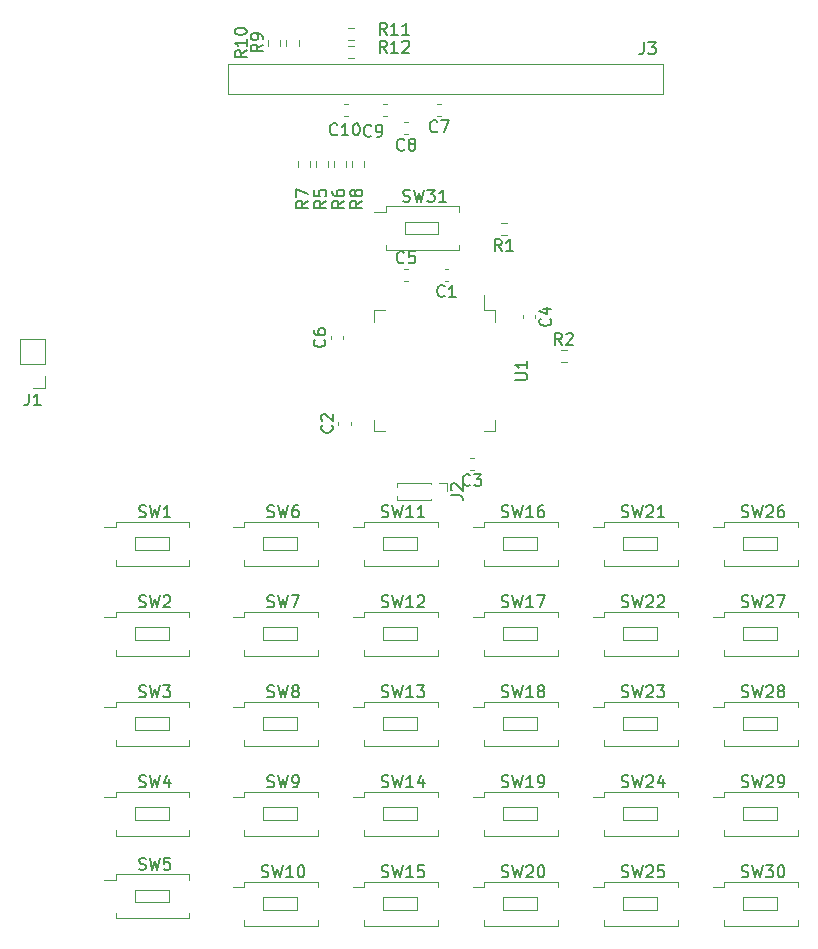
<source format=gbr>
%TF.GenerationSoftware,KiCad,Pcbnew,7.99.0-3539-g7abe2e3ea0*%
%TF.CreationDate,2023-11-11T22:30:26+01:00*%
%TF.ProjectId,KS100,4b533130-302e-46b6-9963-61645f706362,rev?*%
%TF.SameCoordinates,Original*%
%TF.FileFunction,Legend,Top*%
%TF.FilePolarity,Positive*%
%FSLAX46Y46*%
G04 Gerber Fmt 4.6, Leading zero omitted, Abs format (unit mm)*
G04 Created by KiCad (PCBNEW 7.99.0-3539-g7abe2e3ea0) date 2023-11-11 22:30:26*
%MOMM*%
%LPD*%
G01*
G04 APERTURE LIST*
%ADD10C,0.150000*%
%ADD11C,0.120000*%
G04 APERTURE END LIST*
D10*
X173060476Y-125977200D02*
X173203333Y-126024819D01*
X173203333Y-126024819D02*
X173441428Y-126024819D01*
X173441428Y-126024819D02*
X173536666Y-125977200D01*
X173536666Y-125977200D02*
X173584285Y-125929580D01*
X173584285Y-125929580D02*
X173631904Y-125834342D01*
X173631904Y-125834342D02*
X173631904Y-125739104D01*
X173631904Y-125739104D02*
X173584285Y-125643866D01*
X173584285Y-125643866D02*
X173536666Y-125596247D01*
X173536666Y-125596247D02*
X173441428Y-125548628D01*
X173441428Y-125548628D02*
X173250952Y-125501009D01*
X173250952Y-125501009D02*
X173155714Y-125453390D01*
X173155714Y-125453390D02*
X173108095Y-125405771D01*
X173108095Y-125405771D02*
X173060476Y-125310533D01*
X173060476Y-125310533D02*
X173060476Y-125215295D01*
X173060476Y-125215295D02*
X173108095Y-125120057D01*
X173108095Y-125120057D02*
X173155714Y-125072438D01*
X173155714Y-125072438D02*
X173250952Y-125024819D01*
X173250952Y-125024819D02*
X173489047Y-125024819D01*
X173489047Y-125024819D02*
X173631904Y-125072438D01*
X173965238Y-125024819D02*
X174203333Y-126024819D01*
X174203333Y-126024819D02*
X174393809Y-125310533D01*
X174393809Y-125310533D02*
X174584285Y-126024819D01*
X174584285Y-126024819D02*
X174822381Y-125024819D01*
X175155714Y-125120057D02*
X175203333Y-125072438D01*
X175203333Y-125072438D02*
X175298571Y-125024819D01*
X175298571Y-125024819D02*
X175536666Y-125024819D01*
X175536666Y-125024819D02*
X175631904Y-125072438D01*
X175631904Y-125072438D02*
X175679523Y-125120057D01*
X175679523Y-125120057D02*
X175727142Y-125215295D01*
X175727142Y-125215295D02*
X175727142Y-125310533D01*
X175727142Y-125310533D02*
X175679523Y-125453390D01*
X175679523Y-125453390D02*
X175108095Y-126024819D01*
X175108095Y-126024819D02*
X175727142Y-126024819D01*
X176298571Y-125453390D02*
X176203333Y-125405771D01*
X176203333Y-125405771D02*
X176155714Y-125358152D01*
X176155714Y-125358152D02*
X176108095Y-125262914D01*
X176108095Y-125262914D02*
X176108095Y-125215295D01*
X176108095Y-125215295D02*
X176155714Y-125120057D01*
X176155714Y-125120057D02*
X176203333Y-125072438D01*
X176203333Y-125072438D02*
X176298571Y-125024819D01*
X176298571Y-125024819D02*
X176489047Y-125024819D01*
X176489047Y-125024819D02*
X176584285Y-125072438D01*
X176584285Y-125072438D02*
X176631904Y-125120057D01*
X176631904Y-125120057D02*
X176679523Y-125215295D01*
X176679523Y-125215295D02*
X176679523Y-125262914D01*
X176679523Y-125262914D02*
X176631904Y-125358152D01*
X176631904Y-125358152D02*
X176584285Y-125405771D01*
X176584285Y-125405771D02*
X176489047Y-125453390D01*
X176489047Y-125453390D02*
X176298571Y-125453390D01*
X176298571Y-125453390D02*
X176203333Y-125501009D01*
X176203333Y-125501009D02*
X176155714Y-125548628D01*
X176155714Y-125548628D02*
X176108095Y-125643866D01*
X176108095Y-125643866D02*
X176108095Y-125834342D01*
X176108095Y-125834342D02*
X176155714Y-125929580D01*
X176155714Y-125929580D02*
X176203333Y-125977200D01*
X176203333Y-125977200D02*
X176298571Y-126024819D01*
X176298571Y-126024819D02*
X176489047Y-126024819D01*
X176489047Y-126024819D02*
X176584285Y-125977200D01*
X176584285Y-125977200D02*
X176631904Y-125929580D01*
X176631904Y-125929580D02*
X176679523Y-125834342D01*
X176679523Y-125834342D02*
X176679523Y-125643866D01*
X176679523Y-125643866D02*
X176631904Y-125548628D01*
X176631904Y-125548628D02*
X176584285Y-125501009D01*
X176584285Y-125501009D02*
X176489047Y-125453390D01*
X132420476Y-141217200D02*
X132563333Y-141264819D01*
X132563333Y-141264819D02*
X132801428Y-141264819D01*
X132801428Y-141264819D02*
X132896666Y-141217200D01*
X132896666Y-141217200D02*
X132944285Y-141169580D01*
X132944285Y-141169580D02*
X132991904Y-141074342D01*
X132991904Y-141074342D02*
X132991904Y-140979104D01*
X132991904Y-140979104D02*
X132944285Y-140883866D01*
X132944285Y-140883866D02*
X132896666Y-140836247D01*
X132896666Y-140836247D02*
X132801428Y-140788628D01*
X132801428Y-140788628D02*
X132610952Y-140741009D01*
X132610952Y-140741009D02*
X132515714Y-140693390D01*
X132515714Y-140693390D02*
X132468095Y-140645771D01*
X132468095Y-140645771D02*
X132420476Y-140550533D01*
X132420476Y-140550533D02*
X132420476Y-140455295D01*
X132420476Y-140455295D02*
X132468095Y-140360057D01*
X132468095Y-140360057D02*
X132515714Y-140312438D01*
X132515714Y-140312438D02*
X132610952Y-140264819D01*
X132610952Y-140264819D02*
X132849047Y-140264819D01*
X132849047Y-140264819D02*
X132991904Y-140312438D01*
X133325238Y-140264819D02*
X133563333Y-141264819D01*
X133563333Y-141264819D02*
X133753809Y-140550533D01*
X133753809Y-140550533D02*
X133944285Y-141264819D01*
X133944285Y-141264819D02*
X134182381Y-140264819D01*
X135087142Y-141264819D02*
X134515714Y-141264819D01*
X134801428Y-141264819D02*
X134801428Y-140264819D01*
X134801428Y-140264819D02*
X134706190Y-140407676D01*
X134706190Y-140407676D02*
X134610952Y-140502914D01*
X134610952Y-140502914D02*
X134515714Y-140550533D01*
X135706190Y-140264819D02*
X135801428Y-140264819D01*
X135801428Y-140264819D02*
X135896666Y-140312438D01*
X135896666Y-140312438D02*
X135944285Y-140360057D01*
X135944285Y-140360057D02*
X135991904Y-140455295D01*
X135991904Y-140455295D02*
X136039523Y-140645771D01*
X136039523Y-140645771D02*
X136039523Y-140883866D01*
X136039523Y-140883866D02*
X135991904Y-141074342D01*
X135991904Y-141074342D02*
X135944285Y-141169580D01*
X135944285Y-141169580D02*
X135896666Y-141217200D01*
X135896666Y-141217200D02*
X135801428Y-141264819D01*
X135801428Y-141264819D02*
X135706190Y-141264819D01*
X135706190Y-141264819D02*
X135610952Y-141217200D01*
X135610952Y-141217200D02*
X135563333Y-141169580D01*
X135563333Y-141169580D02*
X135515714Y-141074342D01*
X135515714Y-141074342D02*
X135468095Y-140883866D01*
X135468095Y-140883866D02*
X135468095Y-140645771D01*
X135468095Y-140645771D02*
X135515714Y-140455295D01*
X135515714Y-140455295D02*
X135563333Y-140360057D01*
X135563333Y-140360057D02*
X135610952Y-140312438D01*
X135610952Y-140312438D02*
X135706190Y-140264819D01*
X173060476Y-118357200D02*
X173203333Y-118404819D01*
X173203333Y-118404819D02*
X173441428Y-118404819D01*
X173441428Y-118404819D02*
X173536666Y-118357200D01*
X173536666Y-118357200D02*
X173584285Y-118309580D01*
X173584285Y-118309580D02*
X173631904Y-118214342D01*
X173631904Y-118214342D02*
X173631904Y-118119104D01*
X173631904Y-118119104D02*
X173584285Y-118023866D01*
X173584285Y-118023866D02*
X173536666Y-117976247D01*
X173536666Y-117976247D02*
X173441428Y-117928628D01*
X173441428Y-117928628D02*
X173250952Y-117881009D01*
X173250952Y-117881009D02*
X173155714Y-117833390D01*
X173155714Y-117833390D02*
X173108095Y-117785771D01*
X173108095Y-117785771D02*
X173060476Y-117690533D01*
X173060476Y-117690533D02*
X173060476Y-117595295D01*
X173060476Y-117595295D02*
X173108095Y-117500057D01*
X173108095Y-117500057D02*
X173155714Y-117452438D01*
X173155714Y-117452438D02*
X173250952Y-117404819D01*
X173250952Y-117404819D02*
X173489047Y-117404819D01*
X173489047Y-117404819D02*
X173631904Y-117452438D01*
X173965238Y-117404819D02*
X174203333Y-118404819D01*
X174203333Y-118404819D02*
X174393809Y-117690533D01*
X174393809Y-117690533D02*
X174584285Y-118404819D01*
X174584285Y-118404819D02*
X174822381Y-117404819D01*
X175155714Y-117500057D02*
X175203333Y-117452438D01*
X175203333Y-117452438D02*
X175298571Y-117404819D01*
X175298571Y-117404819D02*
X175536666Y-117404819D01*
X175536666Y-117404819D02*
X175631904Y-117452438D01*
X175631904Y-117452438D02*
X175679523Y-117500057D01*
X175679523Y-117500057D02*
X175727142Y-117595295D01*
X175727142Y-117595295D02*
X175727142Y-117690533D01*
X175727142Y-117690533D02*
X175679523Y-117833390D01*
X175679523Y-117833390D02*
X175108095Y-118404819D01*
X175108095Y-118404819D02*
X175727142Y-118404819D01*
X176060476Y-117404819D02*
X176727142Y-117404819D01*
X176727142Y-117404819D02*
X176298571Y-118404819D01*
X142580476Y-110737200D02*
X142723333Y-110784819D01*
X142723333Y-110784819D02*
X142961428Y-110784819D01*
X142961428Y-110784819D02*
X143056666Y-110737200D01*
X143056666Y-110737200D02*
X143104285Y-110689580D01*
X143104285Y-110689580D02*
X143151904Y-110594342D01*
X143151904Y-110594342D02*
X143151904Y-110499104D01*
X143151904Y-110499104D02*
X143104285Y-110403866D01*
X143104285Y-110403866D02*
X143056666Y-110356247D01*
X143056666Y-110356247D02*
X142961428Y-110308628D01*
X142961428Y-110308628D02*
X142770952Y-110261009D01*
X142770952Y-110261009D02*
X142675714Y-110213390D01*
X142675714Y-110213390D02*
X142628095Y-110165771D01*
X142628095Y-110165771D02*
X142580476Y-110070533D01*
X142580476Y-110070533D02*
X142580476Y-109975295D01*
X142580476Y-109975295D02*
X142628095Y-109880057D01*
X142628095Y-109880057D02*
X142675714Y-109832438D01*
X142675714Y-109832438D02*
X142770952Y-109784819D01*
X142770952Y-109784819D02*
X143009047Y-109784819D01*
X143009047Y-109784819D02*
X143151904Y-109832438D01*
X143485238Y-109784819D02*
X143723333Y-110784819D01*
X143723333Y-110784819D02*
X143913809Y-110070533D01*
X143913809Y-110070533D02*
X144104285Y-110784819D01*
X144104285Y-110784819D02*
X144342381Y-109784819D01*
X145247142Y-110784819D02*
X144675714Y-110784819D01*
X144961428Y-110784819D02*
X144961428Y-109784819D01*
X144961428Y-109784819D02*
X144866190Y-109927676D01*
X144866190Y-109927676D02*
X144770952Y-110022914D01*
X144770952Y-110022914D02*
X144675714Y-110070533D01*
X146199523Y-110784819D02*
X145628095Y-110784819D01*
X145913809Y-110784819D02*
X145913809Y-109784819D01*
X145913809Y-109784819D02*
X145818571Y-109927676D01*
X145818571Y-109927676D02*
X145723333Y-110022914D01*
X145723333Y-110022914D02*
X145628095Y-110070533D01*
X132896667Y-118357200D02*
X133039524Y-118404819D01*
X133039524Y-118404819D02*
X133277619Y-118404819D01*
X133277619Y-118404819D02*
X133372857Y-118357200D01*
X133372857Y-118357200D02*
X133420476Y-118309580D01*
X133420476Y-118309580D02*
X133468095Y-118214342D01*
X133468095Y-118214342D02*
X133468095Y-118119104D01*
X133468095Y-118119104D02*
X133420476Y-118023866D01*
X133420476Y-118023866D02*
X133372857Y-117976247D01*
X133372857Y-117976247D02*
X133277619Y-117928628D01*
X133277619Y-117928628D02*
X133087143Y-117881009D01*
X133087143Y-117881009D02*
X132991905Y-117833390D01*
X132991905Y-117833390D02*
X132944286Y-117785771D01*
X132944286Y-117785771D02*
X132896667Y-117690533D01*
X132896667Y-117690533D02*
X132896667Y-117595295D01*
X132896667Y-117595295D02*
X132944286Y-117500057D01*
X132944286Y-117500057D02*
X132991905Y-117452438D01*
X132991905Y-117452438D02*
X133087143Y-117404819D01*
X133087143Y-117404819D02*
X133325238Y-117404819D01*
X133325238Y-117404819D02*
X133468095Y-117452438D01*
X133801429Y-117404819D02*
X134039524Y-118404819D01*
X134039524Y-118404819D02*
X134230000Y-117690533D01*
X134230000Y-117690533D02*
X134420476Y-118404819D01*
X134420476Y-118404819D02*
X134658572Y-117404819D01*
X134944286Y-117404819D02*
X135610952Y-117404819D01*
X135610952Y-117404819D02*
X135182381Y-118404819D01*
X142580476Y-141217200D02*
X142723333Y-141264819D01*
X142723333Y-141264819D02*
X142961428Y-141264819D01*
X142961428Y-141264819D02*
X143056666Y-141217200D01*
X143056666Y-141217200D02*
X143104285Y-141169580D01*
X143104285Y-141169580D02*
X143151904Y-141074342D01*
X143151904Y-141074342D02*
X143151904Y-140979104D01*
X143151904Y-140979104D02*
X143104285Y-140883866D01*
X143104285Y-140883866D02*
X143056666Y-140836247D01*
X143056666Y-140836247D02*
X142961428Y-140788628D01*
X142961428Y-140788628D02*
X142770952Y-140741009D01*
X142770952Y-140741009D02*
X142675714Y-140693390D01*
X142675714Y-140693390D02*
X142628095Y-140645771D01*
X142628095Y-140645771D02*
X142580476Y-140550533D01*
X142580476Y-140550533D02*
X142580476Y-140455295D01*
X142580476Y-140455295D02*
X142628095Y-140360057D01*
X142628095Y-140360057D02*
X142675714Y-140312438D01*
X142675714Y-140312438D02*
X142770952Y-140264819D01*
X142770952Y-140264819D02*
X143009047Y-140264819D01*
X143009047Y-140264819D02*
X143151904Y-140312438D01*
X143485238Y-140264819D02*
X143723333Y-141264819D01*
X143723333Y-141264819D02*
X143913809Y-140550533D01*
X143913809Y-140550533D02*
X144104285Y-141264819D01*
X144104285Y-141264819D02*
X144342381Y-140264819D01*
X145247142Y-141264819D02*
X144675714Y-141264819D01*
X144961428Y-141264819D02*
X144961428Y-140264819D01*
X144961428Y-140264819D02*
X144866190Y-140407676D01*
X144866190Y-140407676D02*
X144770952Y-140502914D01*
X144770952Y-140502914D02*
X144675714Y-140550533D01*
X146151904Y-140264819D02*
X145675714Y-140264819D01*
X145675714Y-140264819D02*
X145628095Y-140741009D01*
X145628095Y-140741009D02*
X145675714Y-140693390D01*
X145675714Y-140693390D02*
X145770952Y-140645771D01*
X145770952Y-140645771D02*
X146009047Y-140645771D01*
X146009047Y-140645771D02*
X146104285Y-140693390D01*
X146104285Y-140693390D02*
X146151904Y-140741009D01*
X146151904Y-140741009D02*
X146199523Y-140836247D01*
X146199523Y-140836247D02*
X146199523Y-141074342D01*
X146199523Y-141074342D02*
X146151904Y-141169580D01*
X146151904Y-141169580D02*
X146104285Y-141217200D01*
X146104285Y-141217200D02*
X146009047Y-141264819D01*
X146009047Y-141264819D02*
X145770952Y-141264819D01*
X145770952Y-141264819D02*
X145675714Y-141217200D01*
X145675714Y-141217200D02*
X145628095Y-141169580D01*
X131137819Y-71254857D02*
X130661628Y-71588190D01*
X131137819Y-71826285D02*
X130137819Y-71826285D01*
X130137819Y-71826285D02*
X130137819Y-71445333D01*
X130137819Y-71445333D02*
X130185438Y-71350095D01*
X130185438Y-71350095D02*
X130233057Y-71302476D01*
X130233057Y-71302476D02*
X130328295Y-71254857D01*
X130328295Y-71254857D02*
X130471152Y-71254857D01*
X130471152Y-71254857D02*
X130566390Y-71302476D01*
X130566390Y-71302476D02*
X130614009Y-71350095D01*
X130614009Y-71350095D02*
X130661628Y-71445333D01*
X130661628Y-71445333D02*
X130661628Y-71826285D01*
X131137819Y-70302476D02*
X131137819Y-70873904D01*
X131137819Y-70588190D02*
X130137819Y-70588190D01*
X130137819Y-70588190D02*
X130280676Y-70683428D01*
X130280676Y-70683428D02*
X130375914Y-70778666D01*
X130375914Y-70778666D02*
X130423533Y-70873904D01*
X130137819Y-69683428D02*
X130137819Y-69588190D01*
X130137819Y-69588190D02*
X130185438Y-69492952D01*
X130185438Y-69492952D02*
X130233057Y-69445333D01*
X130233057Y-69445333D02*
X130328295Y-69397714D01*
X130328295Y-69397714D02*
X130518771Y-69350095D01*
X130518771Y-69350095D02*
X130756866Y-69350095D01*
X130756866Y-69350095D02*
X130947342Y-69397714D01*
X130947342Y-69397714D02*
X131042580Y-69445333D01*
X131042580Y-69445333D02*
X131090200Y-69492952D01*
X131090200Y-69492952D02*
X131137819Y-69588190D01*
X131137819Y-69588190D02*
X131137819Y-69683428D01*
X131137819Y-69683428D02*
X131090200Y-69778666D01*
X131090200Y-69778666D02*
X131042580Y-69826285D01*
X131042580Y-69826285D02*
X130947342Y-69873904D01*
X130947342Y-69873904D02*
X130756866Y-69921523D01*
X130756866Y-69921523D02*
X130518771Y-69921523D01*
X130518771Y-69921523D02*
X130328295Y-69873904D01*
X130328295Y-69873904D02*
X130233057Y-69826285D01*
X130233057Y-69826285D02*
X130185438Y-69778666D01*
X130185438Y-69778666D02*
X130137819Y-69683428D01*
X162900476Y-133597200D02*
X163043333Y-133644819D01*
X163043333Y-133644819D02*
X163281428Y-133644819D01*
X163281428Y-133644819D02*
X163376666Y-133597200D01*
X163376666Y-133597200D02*
X163424285Y-133549580D01*
X163424285Y-133549580D02*
X163471904Y-133454342D01*
X163471904Y-133454342D02*
X163471904Y-133359104D01*
X163471904Y-133359104D02*
X163424285Y-133263866D01*
X163424285Y-133263866D02*
X163376666Y-133216247D01*
X163376666Y-133216247D02*
X163281428Y-133168628D01*
X163281428Y-133168628D02*
X163090952Y-133121009D01*
X163090952Y-133121009D02*
X162995714Y-133073390D01*
X162995714Y-133073390D02*
X162948095Y-133025771D01*
X162948095Y-133025771D02*
X162900476Y-132930533D01*
X162900476Y-132930533D02*
X162900476Y-132835295D01*
X162900476Y-132835295D02*
X162948095Y-132740057D01*
X162948095Y-132740057D02*
X162995714Y-132692438D01*
X162995714Y-132692438D02*
X163090952Y-132644819D01*
X163090952Y-132644819D02*
X163329047Y-132644819D01*
X163329047Y-132644819D02*
X163471904Y-132692438D01*
X163805238Y-132644819D02*
X164043333Y-133644819D01*
X164043333Y-133644819D02*
X164233809Y-132930533D01*
X164233809Y-132930533D02*
X164424285Y-133644819D01*
X164424285Y-133644819D02*
X164662381Y-132644819D01*
X164995714Y-132740057D02*
X165043333Y-132692438D01*
X165043333Y-132692438D02*
X165138571Y-132644819D01*
X165138571Y-132644819D02*
X165376666Y-132644819D01*
X165376666Y-132644819D02*
X165471904Y-132692438D01*
X165471904Y-132692438D02*
X165519523Y-132740057D01*
X165519523Y-132740057D02*
X165567142Y-132835295D01*
X165567142Y-132835295D02*
X165567142Y-132930533D01*
X165567142Y-132930533D02*
X165519523Y-133073390D01*
X165519523Y-133073390D02*
X164948095Y-133644819D01*
X164948095Y-133644819D02*
X165567142Y-133644819D01*
X166424285Y-132978152D02*
X166424285Y-133644819D01*
X166186190Y-132597200D02*
X165948095Y-133311485D01*
X165948095Y-133311485D02*
X166567142Y-133311485D01*
X139392819Y-83986666D02*
X138916628Y-84319999D01*
X139392819Y-84558094D02*
X138392819Y-84558094D01*
X138392819Y-84558094D02*
X138392819Y-84177142D01*
X138392819Y-84177142D02*
X138440438Y-84081904D01*
X138440438Y-84081904D02*
X138488057Y-84034285D01*
X138488057Y-84034285D02*
X138583295Y-83986666D01*
X138583295Y-83986666D02*
X138726152Y-83986666D01*
X138726152Y-83986666D02*
X138821390Y-84034285D01*
X138821390Y-84034285D02*
X138869009Y-84081904D01*
X138869009Y-84081904D02*
X138916628Y-84177142D01*
X138916628Y-84177142D02*
X138916628Y-84558094D01*
X138392819Y-83129523D02*
X138392819Y-83319999D01*
X138392819Y-83319999D02*
X138440438Y-83415237D01*
X138440438Y-83415237D02*
X138488057Y-83462856D01*
X138488057Y-83462856D02*
X138630914Y-83558094D01*
X138630914Y-83558094D02*
X138821390Y-83605713D01*
X138821390Y-83605713D02*
X139202342Y-83605713D01*
X139202342Y-83605713D02*
X139297580Y-83558094D01*
X139297580Y-83558094D02*
X139345200Y-83510475D01*
X139345200Y-83510475D02*
X139392819Y-83415237D01*
X139392819Y-83415237D02*
X139392819Y-83224761D01*
X139392819Y-83224761D02*
X139345200Y-83129523D01*
X139345200Y-83129523D02*
X139297580Y-83081904D01*
X139297580Y-83081904D02*
X139202342Y-83034285D01*
X139202342Y-83034285D02*
X138964247Y-83034285D01*
X138964247Y-83034285D02*
X138869009Y-83081904D01*
X138869009Y-83081904D02*
X138821390Y-83129523D01*
X138821390Y-83129523D02*
X138773771Y-83224761D01*
X138773771Y-83224761D02*
X138773771Y-83415237D01*
X138773771Y-83415237D02*
X138821390Y-83510475D01*
X138821390Y-83510475D02*
X138869009Y-83558094D01*
X138869009Y-83558094D02*
X138964247Y-83605713D01*
X132896667Y-110737200D02*
X133039524Y-110784819D01*
X133039524Y-110784819D02*
X133277619Y-110784819D01*
X133277619Y-110784819D02*
X133372857Y-110737200D01*
X133372857Y-110737200D02*
X133420476Y-110689580D01*
X133420476Y-110689580D02*
X133468095Y-110594342D01*
X133468095Y-110594342D02*
X133468095Y-110499104D01*
X133468095Y-110499104D02*
X133420476Y-110403866D01*
X133420476Y-110403866D02*
X133372857Y-110356247D01*
X133372857Y-110356247D02*
X133277619Y-110308628D01*
X133277619Y-110308628D02*
X133087143Y-110261009D01*
X133087143Y-110261009D02*
X132991905Y-110213390D01*
X132991905Y-110213390D02*
X132944286Y-110165771D01*
X132944286Y-110165771D02*
X132896667Y-110070533D01*
X132896667Y-110070533D02*
X132896667Y-109975295D01*
X132896667Y-109975295D02*
X132944286Y-109880057D01*
X132944286Y-109880057D02*
X132991905Y-109832438D01*
X132991905Y-109832438D02*
X133087143Y-109784819D01*
X133087143Y-109784819D02*
X133325238Y-109784819D01*
X133325238Y-109784819D02*
X133468095Y-109832438D01*
X133801429Y-109784819D02*
X134039524Y-110784819D01*
X134039524Y-110784819D02*
X134230000Y-110070533D01*
X134230000Y-110070533D02*
X134420476Y-110784819D01*
X134420476Y-110784819D02*
X134658572Y-109784819D01*
X135468095Y-109784819D02*
X135277619Y-109784819D01*
X135277619Y-109784819D02*
X135182381Y-109832438D01*
X135182381Y-109832438D02*
X135134762Y-109880057D01*
X135134762Y-109880057D02*
X135039524Y-110022914D01*
X135039524Y-110022914D02*
X134991905Y-110213390D01*
X134991905Y-110213390D02*
X134991905Y-110594342D01*
X134991905Y-110594342D02*
X135039524Y-110689580D01*
X135039524Y-110689580D02*
X135087143Y-110737200D01*
X135087143Y-110737200D02*
X135182381Y-110784819D01*
X135182381Y-110784819D02*
X135372857Y-110784819D01*
X135372857Y-110784819D02*
X135468095Y-110737200D01*
X135468095Y-110737200D02*
X135515714Y-110689580D01*
X135515714Y-110689580D02*
X135563333Y-110594342D01*
X135563333Y-110594342D02*
X135563333Y-110356247D01*
X135563333Y-110356247D02*
X135515714Y-110261009D01*
X135515714Y-110261009D02*
X135468095Y-110213390D01*
X135468095Y-110213390D02*
X135372857Y-110165771D01*
X135372857Y-110165771D02*
X135182381Y-110165771D01*
X135182381Y-110165771D02*
X135087143Y-110213390D01*
X135087143Y-110213390D02*
X135039524Y-110261009D01*
X135039524Y-110261009D02*
X134991905Y-110356247D01*
X142580476Y-118357200D02*
X142723333Y-118404819D01*
X142723333Y-118404819D02*
X142961428Y-118404819D01*
X142961428Y-118404819D02*
X143056666Y-118357200D01*
X143056666Y-118357200D02*
X143104285Y-118309580D01*
X143104285Y-118309580D02*
X143151904Y-118214342D01*
X143151904Y-118214342D02*
X143151904Y-118119104D01*
X143151904Y-118119104D02*
X143104285Y-118023866D01*
X143104285Y-118023866D02*
X143056666Y-117976247D01*
X143056666Y-117976247D02*
X142961428Y-117928628D01*
X142961428Y-117928628D02*
X142770952Y-117881009D01*
X142770952Y-117881009D02*
X142675714Y-117833390D01*
X142675714Y-117833390D02*
X142628095Y-117785771D01*
X142628095Y-117785771D02*
X142580476Y-117690533D01*
X142580476Y-117690533D02*
X142580476Y-117595295D01*
X142580476Y-117595295D02*
X142628095Y-117500057D01*
X142628095Y-117500057D02*
X142675714Y-117452438D01*
X142675714Y-117452438D02*
X142770952Y-117404819D01*
X142770952Y-117404819D02*
X143009047Y-117404819D01*
X143009047Y-117404819D02*
X143151904Y-117452438D01*
X143485238Y-117404819D02*
X143723333Y-118404819D01*
X143723333Y-118404819D02*
X143913809Y-117690533D01*
X143913809Y-117690533D02*
X144104285Y-118404819D01*
X144104285Y-118404819D02*
X144342381Y-117404819D01*
X145247142Y-118404819D02*
X144675714Y-118404819D01*
X144961428Y-118404819D02*
X144961428Y-117404819D01*
X144961428Y-117404819D02*
X144866190Y-117547676D01*
X144866190Y-117547676D02*
X144770952Y-117642914D01*
X144770952Y-117642914D02*
X144675714Y-117690533D01*
X145628095Y-117500057D02*
X145675714Y-117452438D01*
X145675714Y-117452438D02*
X145770952Y-117404819D01*
X145770952Y-117404819D02*
X146009047Y-117404819D01*
X146009047Y-117404819D02*
X146104285Y-117452438D01*
X146104285Y-117452438D02*
X146151904Y-117500057D01*
X146151904Y-117500057D02*
X146199523Y-117595295D01*
X146199523Y-117595295D02*
X146199523Y-117690533D01*
X146199523Y-117690533D02*
X146151904Y-117833390D01*
X146151904Y-117833390D02*
X145580476Y-118404819D01*
X145580476Y-118404819D02*
X146199523Y-118404819D01*
X122026667Y-125977200D02*
X122169524Y-126024819D01*
X122169524Y-126024819D02*
X122407619Y-126024819D01*
X122407619Y-126024819D02*
X122502857Y-125977200D01*
X122502857Y-125977200D02*
X122550476Y-125929580D01*
X122550476Y-125929580D02*
X122598095Y-125834342D01*
X122598095Y-125834342D02*
X122598095Y-125739104D01*
X122598095Y-125739104D02*
X122550476Y-125643866D01*
X122550476Y-125643866D02*
X122502857Y-125596247D01*
X122502857Y-125596247D02*
X122407619Y-125548628D01*
X122407619Y-125548628D02*
X122217143Y-125501009D01*
X122217143Y-125501009D02*
X122121905Y-125453390D01*
X122121905Y-125453390D02*
X122074286Y-125405771D01*
X122074286Y-125405771D02*
X122026667Y-125310533D01*
X122026667Y-125310533D02*
X122026667Y-125215295D01*
X122026667Y-125215295D02*
X122074286Y-125120057D01*
X122074286Y-125120057D02*
X122121905Y-125072438D01*
X122121905Y-125072438D02*
X122217143Y-125024819D01*
X122217143Y-125024819D02*
X122455238Y-125024819D01*
X122455238Y-125024819D02*
X122598095Y-125072438D01*
X122931429Y-125024819D02*
X123169524Y-126024819D01*
X123169524Y-126024819D02*
X123360000Y-125310533D01*
X123360000Y-125310533D02*
X123550476Y-126024819D01*
X123550476Y-126024819D02*
X123788572Y-125024819D01*
X124074286Y-125024819D02*
X124693333Y-125024819D01*
X124693333Y-125024819D02*
X124360000Y-125405771D01*
X124360000Y-125405771D02*
X124502857Y-125405771D01*
X124502857Y-125405771D02*
X124598095Y-125453390D01*
X124598095Y-125453390D02*
X124645714Y-125501009D01*
X124645714Y-125501009D02*
X124693333Y-125596247D01*
X124693333Y-125596247D02*
X124693333Y-125834342D01*
X124693333Y-125834342D02*
X124645714Y-125929580D01*
X124645714Y-125929580D02*
X124598095Y-125977200D01*
X124598095Y-125977200D02*
X124502857Y-126024819D01*
X124502857Y-126024819D02*
X124217143Y-126024819D01*
X124217143Y-126024819D02*
X124121905Y-125977200D01*
X124121905Y-125977200D02*
X124074286Y-125929580D01*
X142580476Y-133597200D02*
X142723333Y-133644819D01*
X142723333Y-133644819D02*
X142961428Y-133644819D01*
X142961428Y-133644819D02*
X143056666Y-133597200D01*
X143056666Y-133597200D02*
X143104285Y-133549580D01*
X143104285Y-133549580D02*
X143151904Y-133454342D01*
X143151904Y-133454342D02*
X143151904Y-133359104D01*
X143151904Y-133359104D02*
X143104285Y-133263866D01*
X143104285Y-133263866D02*
X143056666Y-133216247D01*
X143056666Y-133216247D02*
X142961428Y-133168628D01*
X142961428Y-133168628D02*
X142770952Y-133121009D01*
X142770952Y-133121009D02*
X142675714Y-133073390D01*
X142675714Y-133073390D02*
X142628095Y-133025771D01*
X142628095Y-133025771D02*
X142580476Y-132930533D01*
X142580476Y-132930533D02*
X142580476Y-132835295D01*
X142580476Y-132835295D02*
X142628095Y-132740057D01*
X142628095Y-132740057D02*
X142675714Y-132692438D01*
X142675714Y-132692438D02*
X142770952Y-132644819D01*
X142770952Y-132644819D02*
X143009047Y-132644819D01*
X143009047Y-132644819D02*
X143151904Y-132692438D01*
X143485238Y-132644819D02*
X143723333Y-133644819D01*
X143723333Y-133644819D02*
X143913809Y-132930533D01*
X143913809Y-132930533D02*
X144104285Y-133644819D01*
X144104285Y-133644819D02*
X144342381Y-132644819D01*
X145247142Y-133644819D02*
X144675714Y-133644819D01*
X144961428Y-133644819D02*
X144961428Y-132644819D01*
X144961428Y-132644819D02*
X144866190Y-132787676D01*
X144866190Y-132787676D02*
X144770952Y-132882914D01*
X144770952Y-132882914D02*
X144675714Y-132930533D01*
X146104285Y-132978152D02*
X146104285Y-133644819D01*
X145866190Y-132597200D02*
X145628095Y-133311485D01*
X145628095Y-133311485D02*
X146247142Y-133311485D01*
X148429819Y-108918333D02*
X149144104Y-108918333D01*
X149144104Y-108918333D02*
X149286961Y-108965952D01*
X149286961Y-108965952D02*
X149382200Y-109061190D01*
X149382200Y-109061190D02*
X149429819Y-109204047D01*
X149429819Y-109204047D02*
X149429819Y-109299285D01*
X148525057Y-108489761D02*
X148477438Y-108442142D01*
X148477438Y-108442142D02*
X148429819Y-108346904D01*
X148429819Y-108346904D02*
X148429819Y-108108809D01*
X148429819Y-108108809D02*
X148477438Y-108013571D01*
X148477438Y-108013571D02*
X148525057Y-107965952D01*
X148525057Y-107965952D02*
X148620295Y-107918333D01*
X148620295Y-107918333D02*
X148715533Y-107918333D01*
X148715533Y-107918333D02*
X148858390Y-107965952D01*
X148858390Y-107965952D02*
X149429819Y-108537380D01*
X149429819Y-108537380D02*
X149429819Y-107918333D01*
X122026667Y-133597200D02*
X122169524Y-133644819D01*
X122169524Y-133644819D02*
X122407619Y-133644819D01*
X122407619Y-133644819D02*
X122502857Y-133597200D01*
X122502857Y-133597200D02*
X122550476Y-133549580D01*
X122550476Y-133549580D02*
X122598095Y-133454342D01*
X122598095Y-133454342D02*
X122598095Y-133359104D01*
X122598095Y-133359104D02*
X122550476Y-133263866D01*
X122550476Y-133263866D02*
X122502857Y-133216247D01*
X122502857Y-133216247D02*
X122407619Y-133168628D01*
X122407619Y-133168628D02*
X122217143Y-133121009D01*
X122217143Y-133121009D02*
X122121905Y-133073390D01*
X122121905Y-133073390D02*
X122074286Y-133025771D01*
X122074286Y-133025771D02*
X122026667Y-132930533D01*
X122026667Y-132930533D02*
X122026667Y-132835295D01*
X122026667Y-132835295D02*
X122074286Y-132740057D01*
X122074286Y-132740057D02*
X122121905Y-132692438D01*
X122121905Y-132692438D02*
X122217143Y-132644819D01*
X122217143Y-132644819D02*
X122455238Y-132644819D01*
X122455238Y-132644819D02*
X122598095Y-132692438D01*
X122931429Y-132644819D02*
X123169524Y-133644819D01*
X123169524Y-133644819D02*
X123360000Y-132930533D01*
X123360000Y-132930533D02*
X123550476Y-133644819D01*
X123550476Y-133644819D02*
X123788572Y-132644819D01*
X124598095Y-132978152D02*
X124598095Y-133644819D01*
X124360000Y-132597200D02*
X124121905Y-133311485D01*
X124121905Y-133311485D02*
X124740952Y-133311485D01*
X162900476Y-125977200D02*
X163043333Y-126024819D01*
X163043333Y-126024819D02*
X163281428Y-126024819D01*
X163281428Y-126024819D02*
X163376666Y-125977200D01*
X163376666Y-125977200D02*
X163424285Y-125929580D01*
X163424285Y-125929580D02*
X163471904Y-125834342D01*
X163471904Y-125834342D02*
X163471904Y-125739104D01*
X163471904Y-125739104D02*
X163424285Y-125643866D01*
X163424285Y-125643866D02*
X163376666Y-125596247D01*
X163376666Y-125596247D02*
X163281428Y-125548628D01*
X163281428Y-125548628D02*
X163090952Y-125501009D01*
X163090952Y-125501009D02*
X162995714Y-125453390D01*
X162995714Y-125453390D02*
X162948095Y-125405771D01*
X162948095Y-125405771D02*
X162900476Y-125310533D01*
X162900476Y-125310533D02*
X162900476Y-125215295D01*
X162900476Y-125215295D02*
X162948095Y-125120057D01*
X162948095Y-125120057D02*
X162995714Y-125072438D01*
X162995714Y-125072438D02*
X163090952Y-125024819D01*
X163090952Y-125024819D02*
X163329047Y-125024819D01*
X163329047Y-125024819D02*
X163471904Y-125072438D01*
X163805238Y-125024819D02*
X164043333Y-126024819D01*
X164043333Y-126024819D02*
X164233809Y-125310533D01*
X164233809Y-125310533D02*
X164424285Y-126024819D01*
X164424285Y-126024819D02*
X164662381Y-125024819D01*
X164995714Y-125120057D02*
X165043333Y-125072438D01*
X165043333Y-125072438D02*
X165138571Y-125024819D01*
X165138571Y-125024819D02*
X165376666Y-125024819D01*
X165376666Y-125024819D02*
X165471904Y-125072438D01*
X165471904Y-125072438D02*
X165519523Y-125120057D01*
X165519523Y-125120057D02*
X165567142Y-125215295D01*
X165567142Y-125215295D02*
X165567142Y-125310533D01*
X165567142Y-125310533D02*
X165519523Y-125453390D01*
X165519523Y-125453390D02*
X164948095Y-126024819D01*
X164948095Y-126024819D02*
X165567142Y-126024819D01*
X165900476Y-125024819D02*
X166519523Y-125024819D01*
X166519523Y-125024819D02*
X166186190Y-125405771D01*
X166186190Y-125405771D02*
X166329047Y-125405771D01*
X166329047Y-125405771D02*
X166424285Y-125453390D01*
X166424285Y-125453390D02*
X166471904Y-125501009D01*
X166471904Y-125501009D02*
X166519523Y-125596247D01*
X166519523Y-125596247D02*
X166519523Y-125834342D01*
X166519523Y-125834342D02*
X166471904Y-125929580D01*
X166471904Y-125929580D02*
X166424285Y-125977200D01*
X166424285Y-125977200D02*
X166329047Y-126024819D01*
X166329047Y-126024819D02*
X166043333Y-126024819D01*
X166043333Y-126024819D02*
X165948095Y-125977200D01*
X165948095Y-125977200D02*
X165900476Y-125929580D01*
X152740476Y-133597200D02*
X152883333Y-133644819D01*
X152883333Y-133644819D02*
X153121428Y-133644819D01*
X153121428Y-133644819D02*
X153216666Y-133597200D01*
X153216666Y-133597200D02*
X153264285Y-133549580D01*
X153264285Y-133549580D02*
X153311904Y-133454342D01*
X153311904Y-133454342D02*
X153311904Y-133359104D01*
X153311904Y-133359104D02*
X153264285Y-133263866D01*
X153264285Y-133263866D02*
X153216666Y-133216247D01*
X153216666Y-133216247D02*
X153121428Y-133168628D01*
X153121428Y-133168628D02*
X152930952Y-133121009D01*
X152930952Y-133121009D02*
X152835714Y-133073390D01*
X152835714Y-133073390D02*
X152788095Y-133025771D01*
X152788095Y-133025771D02*
X152740476Y-132930533D01*
X152740476Y-132930533D02*
X152740476Y-132835295D01*
X152740476Y-132835295D02*
X152788095Y-132740057D01*
X152788095Y-132740057D02*
X152835714Y-132692438D01*
X152835714Y-132692438D02*
X152930952Y-132644819D01*
X152930952Y-132644819D02*
X153169047Y-132644819D01*
X153169047Y-132644819D02*
X153311904Y-132692438D01*
X153645238Y-132644819D02*
X153883333Y-133644819D01*
X153883333Y-133644819D02*
X154073809Y-132930533D01*
X154073809Y-132930533D02*
X154264285Y-133644819D01*
X154264285Y-133644819D02*
X154502381Y-132644819D01*
X155407142Y-133644819D02*
X154835714Y-133644819D01*
X155121428Y-133644819D02*
X155121428Y-132644819D01*
X155121428Y-132644819D02*
X155026190Y-132787676D01*
X155026190Y-132787676D02*
X154930952Y-132882914D01*
X154930952Y-132882914D02*
X154835714Y-132930533D01*
X155883333Y-133644819D02*
X156073809Y-133644819D01*
X156073809Y-133644819D02*
X156169047Y-133597200D01*
X156169047Y-133597200D02*
X156216666Y-133549580D01*
X156216666Y-133549580D02*
X156311904Y-133406723D01*
X156311904Y-133406723D02*
X156359523Y-133216247D01*
X156359523Y-133216247D02*
X156359523Y-132835295D01*
X156359523Y-132835295D02*
X156311904Y-132740057D01*
X156311904Y-132740057D02*
X156264285Y-132692438D01*
X156264285Y-132692438D02*
X156169047Y-132644819D01*
X156169047Y-132644819D02*
X155978571Y-132644819D01*
X155978571Y-132644819D02*
X155883333Y-132692438D01*
X155883333Y-132692438D02*
X155835714Y-132740057D01*
X155835714Y-132740057D02*
X155788095Y-132835295D01*
X155788095Y-132835295D02*
X155788095Y-133073390D01*
X155788095Y-133073390D02*
X155835714Y-133168628D01*
X155835714Y-133168628D02*
X155883333Y-133216247D01*
X155883333Y-133216247D02*
X155978571Y-133263866D01*
X155978571Y-133263866D02*
X156169047Y-133263866D01*
X156169047Y-133263866D02*
X156264285Y-133216247D01*
X156264285Y-133216247D02*
X156311904Y-133168628D01*
X156311904Y-133168628D02*
X156359523Y-133073390D01*
X156838580Y-93969666D02*
X156886200Y-94017285D01*
X156886200Y-94017285D02*
X156933819Y-94160142D01*
X156933819Y-94160142D02*
X156933819Y-94255380D01*
X156933819Y-94255380D02*
X156886200Y-94398237D01*
X156886200Y-94398237D02*
X156790961Y-94493475D01*
X156790961Y-94493475D02*
X156695723Y-94541094D01*
X156695723Y-94541094D02*
X156505247Y-94588713D01*
X156505247Y-94588713D02*
X156362390Y-94588713D01*
X156362390Y-94588713D02*
X156171914Y-94541094D01*
X156171914Y-94541094D02*
X156076676Y-94493475D01*
X156076676Y-94493475D02*
X155981438Y-94398237D01*
X155981438Y-94398237D02*
X155933819Y-94255380D01*
X155933819Y-94255380D02*
X155933819Y-94160142D01*
X155933819Y-94160142D02*
X155981438Y-94017285D01*
X155981438Y-94017285D02*
X156029057Y-93969666D01*
X156267152Y-93112523D02*
X156933819Y-93112523D01*
X155886200Y-93350618D02*
X156600485Y-93588713D01*
X156600485Y-93588713D02*
X156600485Y-92969666D01*
X173060476Y-110737200D02*
X173203333Y-110784819D01*
X173203333Y-110784819D02*
X173441428Y-110784819D01*
X173441428Y-110784819D02*
X173536666Y-110737200D01*
X173536666Y-110737200D02*
X173584285Y-110689580D01*
X173584285Y-110689580D02*
X173631904Y-110594342D01*
X173631904Y-110594342D02*
X173631904Y-110499104D01*
X173631904Y-110499104D02*
X173584285Y-110403866D01*
X173584285Y-110403866D02*
X173536666Y-110356247D01*
X173536666Y-110356247D02*
X173441428Y-110308628D01*
X173441428Y-110308628D02*
X173250952Y-110261009D01*
X173250952Y-110261009D02*
X173155714Y-110213390D01*
X173155714Y-110213390D02*
X173108095Y-110165771D01*
X173108095Y-110165771D02*
X173060476Y-110070533D01*
X173060476Y-110070533D02*
X173060476Y-109975295D01*
X173060476Y-109975295D02*
X173108095Y-109880057D01*
X173108095Y-109880057D02*
X173155714Y-109832438D01*
X173155714Y-109832438D02*
X173250952Y-109784819D01*
X173250952Y-109784819D02*
X173489047Y-109784819D01*
X173489047Y-109784819D02*
X173631904Y-109832438D01*
X173965238Y-109784819D02*
X174203333Y-110784819D01*
X174203333Y-110784819D02*
X174393809Y-110070533D01*
X174393809Y-110070533D02*
X174584285Y-110784819D01*
X174584285Y-110784819D02*
X174822381Y-109784819D01*
X175155714Y-109880057D02*
X175203333Y-109832438D01*
X175203333Y-109832438D02*
X175298571Y-109784819D01*
X175298571Y-109784819D02*
X175536666Y-109784819D01*
X175536666Y-109784819D02*
X175631904Y-109832438D01*
X175631904Y-109832438D02*
X175679523Y-109880057D01*
X175679523Y-109880057D02*
X175727142Y-109975295D01*
X175727142Y-109975295D02*
X175727142Y-110070533D01*
X175727142Y-110070533D02*
X175679523Y-110213390D01*
X175679523Y-110213390D02*
X175108095Y-110784819D01*
X175108095Y-110784819D02*
X175727142Y-110784819D01*
X176584285Y-109784819D02*
X176393809Y-109784819D01*
X176393809Y-109784819D02*
X176298571Y-109832438D01*
X176298571Y-109832438D02*
X176250952Y-109880057D01*
X176250952Y-109880057D02*
X176155714Y-110022914D01*
X176155714Y-110022914D02*
X176108095Y-110213390D01*
X176108095Y-110213390D02*
X176108095Y-110594342D01*
X176108095Y-110594342D02*
X176155714Y-110689580D01*
X176155714Y-110689580D02*
X176203333Y-110737200D01*
X176203333Y-110737200D02*
X176298571Y-110784819D01*
X176298571Y-110784819D02*
X176489047Y-110784819D01*
X176489047Y-110784819D02*
X176584285Y-110737200D01*
X176584285Y-110737200D02*
X176631904Y-110689580D01*
X176631904Y-110689580D02*
X176679523Y-110594342D01*
X176679523Y-110594342D02*
X176679523Y-110356247D01*
X176679523Y-110356247D02*
X176631904Y-110261009D01*
X176631904Y-110261009D02*
X176584285Y-110213390D01*
X176584285Y-110213390D02*
X176489047Y-110165771D01*
X176489047Y-110165771D02*
X176298571Y-110165771D01*
X176298571Y-110165771D02*
X176203333Y-110213390D01*
X176203333Y-110213390D02*
X176155714Y-110261009D01*
X176155714Y-110261009D02*
X176108095Y-110356247D01*
X173060476Y-133597200D02*
X173203333Y-133644819D01*
X173203333Y-133644819D02*
X173441428Y-133644819D01*
X173441428Y-133644819D02*
X173536666Y-133597200D01*
X173536666Y-133597200D02*
X173584285Y-133549580D01*
X173584285Y-133549580D02*
X173631904Y-133454342D01*
X173631904Y-133454342D02*
X173631904Y-133359104D01*
X173631904Y-133359104D02*
X173584285Y-133263866D01*
X173584285Y-133263866D02*
X173536666Y-133216247D01*
X173536666Y-133216247D02*
X173441428Y-133168628D01*
X173441428Y-133168628D02*
X173250952Y-133121009D01*
X173250952Y-133121009D02*
X173155714Y-133073390D01*
X173155714Y-133073390D02*
X173108095Y-133025771D01*
X173108095Y-133025771D02*
X173060476Y-132930533D01*
X173060476Y-132930533D02*
X173060476Y-132835295D01*
X173060476Y-132835295D02*
X173108095Y-132740057D01*
X173108095Y-132740057D02*
X173155714Y-132692438D01*
X173155714Y-132692438D02*
X173250952Y-132644819D01*
X173250952Y-132644819D02*
X173489047Y-132644819D01*
X173489047Y-132644819D02*
X173631904Y-132692438D01*
X173965238Y-132644819D02*
X174203333Y-133644819D01*
X174203333Y-133644819D02*
X174393809Y-132930533D01*
X174393809Y-132930533D02*
X174584285Y-133644819D01*
X174584285Y-133644819D02*
X174822381Y-132644819D01*
X175155714Y-132740057D02*
X175203333Y-132692438D01*
X175203333Y-132692438D02*
X175298571Y-132644819D01*
X175298571Y-132644819D02*
X175536666Y-132644819D01*
X175536666Y-132644819D02*
X175631904Y-132692438D01*
X175631904Y-132692438D02*
X175679523Y-132740057D01*
X175679523Y-132740057D02*
X175727142Y-132835295D01*
X175727142Y-132835295D02*
X175727142Y-132930533D01*
X175727142Y-132930533D02*
X175679523Y-133073390D01*
X175679523Y-133073390D02*
X175108095Y-133644819D01*
X175108095Y-133644819D02*
X175727142Y-133644819D01*
X176203333Y-133644819D02*
X176393809Y-133644819D01*
X176393809Y-133644819D02*
X176489047Y-133597200D01*
X176489047Y-133597200D02*
X176536666Y-133549580D01*
X176536666Y-133549580D02*
X176631904Y-133406723D01*
X176631904Y-133406723D02*
X176679523Y-133216247D01*
X176679523Y-133216247D02*
X176679523Y-132835295D01*
X176679523Y-132835295D02*
X176631904Y-132740057D01*
X176631904Y-132740057D02*
X176584285Y-132692438D01*
X176584285Y-132692438D02*
X176489047Y-132644819D01*
X176489047Y-132644819D02*
X176298571Y-132644819D01*
X176298571Y-132644819D02*
X176203333Y-132692438D01*
X176203333Y-132692438D02*
X176155714Y-132740057D01*
X176155714Y-132740057D02*
X176108095Y-132835295D01*
X176108095Y-132835295D02*
X176108095Y-133073390D01*
X176108095Y-133073390D02*
X176155714Y-133168628D01*
X176155714Y-133168628D02*
X176203333Y-133216247D01*
X176203333Y-133216247D02*
X176298571Y-133263866D01*
X176298571Y-133263866D02*
X176489047Y-133263866D01*
X176489047Y-133263866D02*
X176584285Y-133216247D01*
X176584285Y-133216247D02*
X176631904Y-133168628D01*
X176631904Y-133168628D02*
X176679523Y-133073390D01*
X122026667Y-110737200D02*
X122169524Y-110784819D01*
X122169524Y-110784819D02*
X122407619Y-110784819D01*
X122407619Y-110784819D02*
X122502857Y-110737200D01*
X122502857Y-110737200D02*
X122550476Y-110689580D01*
X122550476Y-110689580D02*
X122598095Y-110594342D01*
X122598095Y-110594342D02*
X122598095Y-110499104D01*
X122598095Y-110499104D02*
X122550476Y-110403866D01*
X122550476Y-110403866D02*
X122502857Y-110356247D01*
X122502857Y-110356247D02*
X122407619Y-110308628D01*
X122407619Y-110308628D02*
X122217143Y-110261009D01*
X122217143Y-110261009D02*
X122121905Y-110213390D01*
X122121905Y-110213390D02*
X122074286Y-110165771D01*
X122074286Y-110165771D02*
X122026667Y-110070533D01*
X122026667Y-110070533D02*
X122026667Y-109975295D01*
X122026667Y-109975295D02*
X122074286Y-109880057D01*
X122074286Y-109880057D02*
X122121905Y-109832438D01*
X122121905Y-109832438D02*
X122217143Y-109784819D01*
X122217143Y-109784819D02*
X122455238Y-109784819D01*
X122455238Y-109784819D02*
X122598095Y-109832438D01*
X122931429Y-109784819D02*
X123169524Y-110784819D01*
X123169524Y-110784819D02*
X123360000Y-110070533D01*
X123360000Y-110070533D02*
X123550476Y-110784819D01*
X123550476Y-110784819D02*
X123788572Y-109784819D01*
X124693333Y-110784819D02*
X124121905Y-110784819D01*
X124407619Y-110784819D02*
X124407619Y-109784819D01*
X124407619Y-109784819D02*
X124312381Y-109927676D01*
X124312381Y-109927676D02*
X124217143Y-110022914D01*
X124217143Y-110022914D02*
X124121905Y-110070533D01*
X112696666Y-100304819D02*
X112696666Y-101019104D01*
X112696666Y-101019104D02*
X112649047Y-101161961D01*
X112649047Y-101161961D02*
X112553809Y-101257200D01*
X112553809Y-101257200D02*
X112410952Y-101304819D01*
X112410952Y-101304819D02*
X112315714Y-101304819D01*
X113696666Y-101304819D02*
X113125238Y-101304819D01*
X113410952Y-101304819D02*
X113410952Y-100304819D01*
X113410952Y-100304819D02*
X113315714Y-100447676D01*
X113315714Y-100447676D02*
X113220476Y-100542914D01*
X113220476Y-100542914D02*
X113125238Y-100590533D01*
X173060476Y-141217200D02*
X173203333Y-141264819D01*
X173203333Y-141264819D02*
X173441428Y-141264819D01*
X173441428Y-141264819D02*
X173536666Y-141217200D01*
X173536666Y-141217200D02*
X173584285Y-141169580D01*
X173584285Y-141169580D02*
X173631904Y-141074342D01*
X173631904Y-141074342D02*
X173631904Y-140979104D01*
X173631904Y-140979104D02*
X173584285Y-140883866D01*
X173584285Y-140883866D02*
X173536666Y-140836247D01*
X173536666Y-140836247D02*
X173441428Y-140788628D01*
X173441428Y-140788628D02*
X173250952Y-140741009D01*
X173250952Y-140741009D02*
X173155714Y-140693390D01*
X173155714Y-140693390D02*
X173108095Y-140645771D01*
X173108095Y-140645771D02*
X173060476Y-140550533D01*
X173060476Y-140550533D02*
X173060476Y-140455295D01*
X173060476Y-140455295D02*
X173108095Y-140360057D01*
X173108095Y-140360057D02*
X173155714Y-140312438D01*
X173155714Y-140312438D02*
X173250952Y-140264819D01*
X173250952Y-140264819D02*
X173489047Y-140264819D01*
X173489047Y-140264819D02*
X173631904Y-140312438D01*
X173965238Y-140264819D02*
X174203333Y-141264819D01*
X174203333Y-141264819D02*
X174393809Y-140550533D01*
X174393809Y-140550533D02*
X174584285Y-141264819D01*
X174584285Y-141264819D02*
X174822381Y-140264819D01*
X175108095Y-140264819D02*
X175727142Y-140264819D01*
X175727142Y-140264819D02*
X175393809Y-140645771D01*
X175393809Y-140645771D02*
X175536666Y-140645771D01*
X175536666Y-140645771D02*
X175631904Y-140693390D01*
X175631904Y-140693390D02*
X175679523Y-140741009D01*
X175679523Y-140741009D02*
X175727142Y-140836247D01*
X175727142Y-140836247D02*
X175727142Y-141074342D01*
X175727142Y-141074342D02*
X175679523Y-141169580D01*
X175679523Y-141169580D02*
X175631904Y-141217200D01*
X175631904Y-141217200D02*
X175536666Y-141264819D01*
X175536666Y-141264819D02*
X175250952Y-141264819D01*
X175250952Y-141264819D02*
X175155714Y-141217200D01*
X175155714Y-141217200D02*
X175108095Y-141169580D01*
X176346190Y-140264819D02*
X176441428Y-140264819D01*
X176441428Y-140264819D02*
X176536666Y-140312438D01*
X176536666Y-140312438D02*
X176584285Y-140360057D01*
X176584285Y-140360057D02*
X176631904Y-140455295D01*
X176631904Y-140455295D02*
X176679523Y-140645771D01*
X176679523Y-140645771D02*
X176679523Y-140883866D01*
X176679523Y-140883866D02*
X176631904Y-141074342D01*
X176631904Y-141074342D02*
X176584285Y-141169580D01*
X176584285Y-141169580D02*
X176536666Y-141217200D01*
X176536666Y-141217200D02*
X176441428Y-141264819D01*
X176441428Y-141264819D02*
X176346190Y-141264819D01*
X176346190Y-141264819D02*
X176250952Y-141217200D01*
X176250952Y-141217200D02*
X176203333Y-141169580D01*
X176203333Y-141169580D02*
X176155714Y-141074342D01*
X176155714Y-141074342D02*
X176108095Y-140883866D01*
X176108095Y-140883866D02*
X176108095Y-140645771D01*
X176108095Y-140645771D02*
X176155714Y-140455295D01*
X176155714Y-140455295D02*
X176203333Y-140360057D01*
X176203333Y-140360057D02*
X176250952Y-140312438D01*
X176250952Y-140312438D02*
X176346190Y-140264819D01*
X142994142Y-69923819D02*
X142660809Y-69447628D01*
X142422714Y-69923819D02*
X142422714Y-68923819D01*
X142422714Y-68923819D02*
X142803666Y-68923819D01*
X142803666Y-68923819D02*
X142898904Y-68971438D01*
X142898904Y-68971438D02*
X142946523Y-69019057D01*
X142946523Y-69019057D02*
X142994142Y-69114295D01*
X142994142Y-69114295D02*
X142994142Y-69257152D01*
X142994142Y-69257152D02*
X142946523Y-69352390D01*
X142946523Y-69352390D02*
X142898904Y-69400009D01*
X142898904Y-69400009D02*
X142803666Y-69447628D01*
X142803666Y-69447628D02*
X142422714Y-69447628D01*
X143946523Y-69923819D02*
X143375095Y-69923819D01*
X143660809Y-69923819D02*
X143660809Y-68923819D01*
X143660809Y-68923819D02*
X143565571Y-69066676D01*
X143565571Y-69066676D02*
X143470333Y-69161914D01*
X143470333Y-69161914D02*
X143375095Y-69209533D01*
X144898904Y-69923819D02*
X144327476Y-69923819D01*
X144613190Y-69923819D02*
X144613190Y-68923819D01*
X144613190Y-68923819D02*
X144517952Y-69066676D01*
X144517952Y-69066676D02*
X144422714Y-69161914D01*
X144422714Y-69161914D02*
X144327476Y-69209533D01*
X162900476Y-141217200D02*
X163043333Y-141264819D01*
X163043333Y-141264819D02*
X163281428Y-141264819D01*
X163281428Y-141264819D02*
X163376666Y-141217200D01*
X163376666Y-141217200D02*
X163424285Y-141169580D01*
X163424285Y-141169580D02*
X163471904Y-141074342D01*
X163471904Y-141074342D02*
X163471904Y-140979104D01*
X163471904Y-140979104D02*
X163424285Y-140883866D01*
X163424285Y-140883866D02*
X163376666Y-140836247D01*
X163376666Y-140836247D02*
X163281428Y-140788628D01*
X163281428Y-140788628D02*
X163090952Y-140741009D01*
X163090952Y-140741009D02*
X162995714Y-140693390D01*
X162995714Y-140693390D02*
X162948095Y-140645771D01*
X162948095Y-140645771D02*
X162900476Y-140550533D01*
X162900476Y-140550533D02*
X162900476Y-140455295D01*
X162900476Y-140455295D02*
X162948095Y-140360057D01*
X162948095Y-140360057D02*
X162995714Y-140312438D01*
X162995714Y-140312438D02*
X163090952Y-140264819D01*
X163090952Y-140264819D02*
X163329047Y-140264819D01*
X163329047Y-140264819D02*
X163471904Y-140312438D01*
X163805238Y-140264819D02*
X164043333Y-141264819D01*
X164043333Y-141264819D02*
X164233809Y-140550533D01*
X164233809Y-140550533D02*
X164424285Y-141264819D01*
X164424285Y-141264819D02*
X164662381Y-140264819D01*
X164995714Y-140360057D02*
X165043333Y-140312438D01*
X165043333Y-140312438D02*
X165138571Y-140264819D01*
X165138571Y-140264819D02*
X165376666Y-140264819D01*
X165376666Y-140264819D02*
X165471904Y-140312438D01*
X165471904Y-140312438D02*
X165519523Y-140360057D01*
X165519523Y-140360057D02*
X165567142Y-140455295D01*
X165567142Y-140455295D02*
X165567142Y-140550533D01*
X165567142Y-140550533D02*
X165519523Y-140693390D01*
X165519523Y-140693390D02*
X164948095Y-141264819D01*
X164948095Y-141264819D02*
X165567142Y-141264819D01*
X166471904Y-140264819D02*
X165995714Y-140264819D01*
X165995714Y-140264819D02*
X165948095Y-140741009D01*
X165948095Y-140741009D02*
X165995714Y-140693390D01*
X165995714Y-140693390D02*
X166090952Y-140645771D01*
X166090952Y-140645771D02*
X166329047Y-140645771D01*
X166329047Y-140645771D02*
X166424285Y-140693390D01*
X166424285Y-140693390D02*
X166471904Y-140741009D01*
X166471904Y-140741009D02*
X166519523Y-140836247D01*
X166519523Y-140836247D02*
X166519523Y-141074342D01*
X166519523Y-141074342D02*
X166471904Y-141169580D01*
X166471904Y-141169580D02*
X166424285Y-141217200D01*
X166424285Y-141217200D02*
X166329047Y-141264819D01*
X166329047Y-141264819D02*
X166090952Y-141264819D01*
X166090952Y-141264819D02*
X165995714Y-141217200D01*
X165995714Y-141217200D02*
X165948095Y-141169580D01*
X147897333Y-92036580D02*
X147849714Y-92084200D01*
X147849714Y-92084200D02*
X147706857Y-92131819D01*
X147706857Y-92131819D02*
X147611619Y-92131819D01*
X147611619Y-92131819D02*
X147468762Y-92084200D01*
X147468762Y-92084200D02*
X147373524Y-91988961D01*
X147373524Y-91988961D02*
X147325905Y-91893723D01*
X147325905Y-91893723D02*
X147278286Y-91703247D01*
X147278286Y-91703247D02*
X147278286Y-91560390D01*
X147278286Y-91560390D02*
X147325905Y-91369914D01*
X147325905Y-91369914D02*
X147373524Y-91274676D01*
X147373524Y-91274676D02*
X147468762Y-91179438D01*
X147468762Y-91179438D02*
X147611619Y-91131819D01*
X147611619Y-91131819D02*
X147706857Y-91131819D01*
X147706857Y-91131819D02*
X147849714Y-91179438D01*
X147849714Y-91179438D02*
X147897333Y-91227057D01*
X148849714Y-92131819D02*
X148278286Y-92131819D01*
X148564000Y-92131819D02*
X148564000Y-91131819D01*
X148564000Y-91131819D02*
X148468762Y-91274676D01*
X148468762Y-91274676D02*
X148373524Y-91369914D01*
X148373524Y-91369914D02*
X148278286Y-91417533D01*
X142994142Y-71447819D02*
X142660809Y-70971628D01*
X142422714Y-71447819D02*
X142422714Y-70447819D01*
X142422714Y-70447819D02*
X142803666Y-70447819D01*
X142803666Y-70447819D02*
X142898904Y-70495438D01*
X142898904Y-70495438D02*
X142946523Y-70543057D01*
X142946523Y-70543057D02*
X142994142Y-70638295D01*
X142994142Y-70638295D02*
X142994142Y-70781152D01*
X142994142Y-70781152D02*
X142946523Y-70876390D01*
X142946523Y-70876390D02*
X142898904Y-70924009D01*
X142898904Y-70924009D02*
X142803666Y-70971628D01*
X142803666Y-70971628D02*
X142422714Y-70971628D01*
X143946523Y-71447819D02*
X143375095Y-71447819D01*
X143660809Y-71447819D02*
X143660809Y-70447819D01*
X143660809Y-70447819D02*
X143565571Y-70590676D01*
X143565571Y-70590676D02*
X143470333Y-70685914D01*
X143470333Y-70685914D02*
X143375095Y-70733533D01*
X144327476Y-70543057D02*
X144375095Y-70495438D01*
X144375095Y-70495438D02*
X144470333Y-70447819D01*
X144470333Y-70447819D02*
X144708428Y-70447819D01*
X144708428Y-70447819D02*
X144803666Y-70495438D01*
X144803666Y-70495438D02*
X144851285Y-70543057D01*
X144851285Y-70543057D02*
X144898904Y-70638295D01*
X144898904Y-70638295D02*
X144898904Y-70733533D01*
X144898904Y-70733533D02*
X144851285Y-70876390D01*
X144851285Y-70876390D02*
X144279857Y-71447819D01*
X144279857Y-71447819D02*
X144898904Y-71447819D01*
X137722580Y-95747666D02*
X137770200Y-95795285D01*
X137770200Y-95795285D02*
X137817819Y-95938142D01*
X137817819Y-95938142D02*
X137817819Y-96033380D01*
X137817819Y-96033380D02*
X137770200Y-96176237D01*
X137770200Y-96176237D02*
X137674961Y-96271475D01*
X137674961Y-96271475D02*
X137579723Y-96319094D01*
X137579723Y-96319094D02*
X137389247Y-96366713D01*
X137389247Y-96366713D02*
X137246390Y-96366713D01*
X137246390Y-96366713D02*
X137055914Y-96319094D01*
X137055914Y-96319094D02*
X136960676Y-96271475D01*
X136960676Y-96271475D02*
X136865438Y-96176237D01*
X136865438Y-96176237D02*
X136817819Y-96033380D01*
X136817819Y-96033380D02*
X136817819Y-95938142D01*
X136817819Y-95938142D02*
X136865438Y-95795285D01*
X136865438Y-95795285D02*
X136913057Y-95747666D01*
X136817819Y-94890523D02*
X136817819Y-95080999D01*
X136817819Y-95080999D02*
X136865438Y-95176237D01*
X136865438Y-95176237D02*
X136913057Y-95223856D01*
X136913057Y-95223856D02*
X137055914Y-95319094D01*
X137055914Y-95319094D02*
X137246390Y-95366713D01*
X137246390Y-95366713D02*
X137627342Y-95366713D01*
X137627342Y-95366713D02*
X137722580Y-95319094D01*
X137722580Y-95319094D02*
X137770200Y-95271475D01*
X137770200Y-95271475D02*
X137817819Y-95176237D01*
X137817819Y-95176237D02*
X137817819Y-94985761D01*
X137817819Y-94985761D02*
X137770200Y-94890523D01*
X137770200Y-94890523D02*
X137722580Y-94842904D01*
X137722580Y-94842904D02*
X137627342Y-94795285D01*
X137627342Y-94795285D02*
X137389247Y-94795285D01*
X137389247Y-94795285D02*
X137294009Y-94842904D01*
X137294009Y-94842904D02*
X137246390Y-94890523D01*
X137246390Y-94890523D02*
X137198771Y-94985761D01*
X137198771Y-94985761D02*
X137198771Y-95176237D01*
X137198771Y-95176237D02*
X137246390Y-95271475D01*
X137246390Y-95271475D02*
X137294009Y-95319094D01*
X137294009Y-95319094D02*
X137389247Y-95366713D01*
X138803142Y-78337580D02*
X138755523Y-78385200D01*
X138755523Y-78385200D02*
X138612666Y-78432819D01*
X138612666Y-78432819D02*
X138517428Y-78432819D01*
X138517428Y-78432819D02*
X138374571Y-78385200D01*
X138374571Y-78385200D02*
X138279333Y-78289961D01*
X138279333Y-78289961D02*
X138231714Y-78194723D01*
X138231714Y-78194723D02*
X138184095Y-78004247D01*
X138184095Y-78004247D02*
X138184095Y-77861390D01*
X138184095Y-77861390D02*
X138231714Y-77670914D01*
X138231714Y-77670914D02*
X138279333Y-77575676D01*
X138279333Y-77575676D02*
X138374571Y-77480438D01*
X138374571Y-77480438D02*
X138517428Y-77432819D01*
X138517428Y-77432819D02*
X138612666Y-77432819D01*
X138612666Y-77432819D02*
X138755523Y-77480438D01*
X138755523Y-77480438D02*
X138803142Y-77528057D01*
X139755523Y-78432819D02*
X139184095Y-78432819D01*
X139469809Y-78432819D02*
X139469809Y-77432819D01*
X139469809Y-77432819D02*
X139374571Y-77575676D01*
X139374571Y-77575676D02*
X139279333Y-77670914D01*
X139279333Y-77670914D02*
X139184095Y-77718533D01*
X140374571Y-77432819D02*
X140469809Y-77432819D01*
X140469809Y-77432819D02*
X140565047Y-77480438D01*
X140565047Y-77480438D02*
X140612666Y-77528057D01*
X140612666Y-77528057D02*
X140660285Y-77623295D01*
X140660285Y-77623295D02*
X140707904Y-77813771D01*
X140707904Y-77813771D02*
X140707904Y-78051866D01*
X140707904Y-78051866D02*
X140660285Y-78242342D01*
X140660285Y-78242342D02*
X140612666Y-78337580D01*
X140612666Y-78337580D02*
X140565047Y-78385200D01*
X140565047Y-78385200D02*
X140469809Y-78432819D01*
X140469809Y-78432819D02*
X140374571Y-78432819D01*
X140374571Y-78432819D02*
X140279333Y-78385200D01*
X140279333Y-78385200D02*
X140231714Y-78337580D01*
X140231714Y-78337580D02*
X140184095Y-78242342D01*
X140184095Y-78242342D02*
X140136476Y-78051866D01*
X140136476Y-78051866D02*
X140136476Y-77813771D01*
X140136476Y-77813771D02*
X140184095Y-77623295D01*
X140184095Y-77623295D02*
X140231714Y-77528057D01*
X140231714Y-77528057D02*
X140279333Y-77480438D01*
X140279333Y-77480438D02*
X140374571Y-77432819D01*
X144486333Y-79640580D02*
X144438714Y-79688200D01*
X144438714Y-79688200D02*
X144295857Y-79735819D01*
X144295857Y-79735819D02*
X144200619Y-79735819D01*
X144200619Y-79735819D02*
X144057762Y-79688200D01*
X144057762Y-79688200D02*
X143962524Y-79592961D01*
X143962524Y-79592961D02*
X143914905Y-79497723D01*
X143914905Y-79497723D02*
X143867286Y-79307247D01*
X143867286Y-79307247D02*
X143867286Y-79164390D01*
X143867286Y-79164390D02*
X143914905Y-78973914D01*
X143914905Y-78973914D02*
X143962524Y-78878676D01*
X143962524Y-78878676D02*
X144057762Y-78783438D01*
X144057762Y-78783438D02*
X144200619Y-78735819D01*
X144200619Y-78735819D02*
X144295857Y-78735819D01*
X144295857Y-78735819D02*
X144438714Y-78783438D01*
X144438714Y-78783438D02*
X144486333Y-78831057D01*
X145057762Y-79164390D02*
X144962524Y-79116771D01*
X144962524Y-79116771D02*
X144914905Y-79069152D01*
X144914905Y-79069152D02*
X144867286Y-78973914D01*
X144867286Y-78973914D02*
X144867286Y-78926295D01*
X144867286Y-78926295D02*
X144914905Y-78831057D01*
X144914905Y-78831057D02*
X144962524Y-78783438D01*
X144962524Y-78783438D02*
X145057762Y-78735819D01*
X145057762Y-78735819D02*
X145248238Y-78735819D01*
X145248238Y-78735819D02*
X145343476Y-78783438D01*
X145343476Y-78783438D02*
X145391095Y-78831057D01*
X145391095Y-78831057D02*
X145438714Y-78926295D01*
X145438714Y-78926295D02*
X145438714Y-78973914D01*
X145438714Y-78973914D02*
X145391095Y-79069152D01*
X145391095Y-79069152D02*
X145343476Y-79116771D01*
X145343476Y-79116771D02*
X145248238Y-79164390D01*
X145248238Y-79164390D02*
X145057762Y-79164390D01*
X145057762Y-79164390D02*
X144962524Y-79212009D01*
X144962524Y-79212009D02*
X144914905Y-79259628D01*
X144914905Y-79259628D02*
X144867286Y-79354866D01*
X144867286Y-79354866D02*
X144867286Y-79545342D01*
X144867286Y-79545342D02*
X144914905Y-79640580D01*
X144914905Y-79640580D02*
X144962524Y-79688200D01*
X144962524Y-79688200D02*
X145057762Y-79735819D01*
X145057762Y-79735819D02*
X145248238Y-79735819D01*
X145248238Y-79735819D02*
X145343476Y-79688200D01*
X145343476Y-79688200D02*
X145391095Y-79640580D01*
X145391095Y-79640580D02*
X145438714Y-79545342D01*
X145438714Y-79545342D02*
X145438714Y-79354866D01*
X145438714Y-79354866D02*
X145391095Y-79259628D01*
X145391095Y-79259628D02*
X145343476Y-79212009D01*
X145343476Y-79212009D02*
X145248238Y-79164390D01*
X144468333Y-89176580D02*
X144420714Y-89224200D01*
X144420714Y-89224200D02*
X144277857Y-89271819D01*
X144277857Y-89271819D02*
X144182619Y-89271819D01*
X144182619Y-89271819D02*
X144039762Y-89224200D01*
X144039762Y-89224200D02*
X143944524Y-89128961D01*
X143944524Y-89128961D02*
X143896905Y-89033723D01*
X143896905Y-89033723D02*
X143849286Y-88843247D01*
X143849286Y-88843247D02*
X143849286Y-88700390D01*
X143849286Y-88700390D02*
X143896905Y-88509914D01*
X143896905Y-88509914D02*
X143944524Y-88414676D01*
X143944524Y-88414676D02*
X144039762Y-88319438D01*
X144039762Y-88319438D02*
X144182619Y-88271819D01*
X144182619Y-88271819D02*
X144277857Y-88271819D01*
X144277857Y-88271819D02*
X144420714Y-88319438D01*
X144420714Y-88319438D02*
X144468333Y-88367057D01*
X145373095Y-88271819D02*
X144896905Y-88271819D01*
X144896905Y-88271819D02*
X144849286Y-88748009D01*
X144849286Y-88748009D02*
X144896905Y-88700390D01*
X144896905Y-88700390D02*
X144992143Y-88652771D01*
X144992143Y-88652771D02*
X145230238Y-88652771D01*
X145230238Y-88652771D02*
X145325476Y-88700390D01*
X145325476Y-88700390D02*
X145373095Y-88748009D01*
X145373095Y-88748009D02*
X145420714Y-88843247D01*
X145420714Y-88843247D02*
X145420714Y-89081342D01*
X145420714Y-89081342D02*
X145373095Y-89176580D01*
X145373095Y-89176580D02*
X145325476Y-89224200D01*
X145325476Y-89224200D02*
X145230238Y-89271819D01*
X145230238Y-89271819D02*
X144992143Y-89271819D01*
X144992143Y-89271819D02*
X144896905Y-89224200D01*
X144896905Y-89224200D02*
X144849286Y-89176580D01*
X140916819Y-83986666D02*
X140440628Y-84319999D01*
X140916819Y-84558094D02*
X139916819Y-84558094D01*
X139916819Y-84558094D02*
X139916819Y-84177142D01*
X139916819Y-84177142D02*
X139964438Y-84081904D01*
X139964438Y-84081904D02*
X140012057Y-84034285D01*
X140012057Y-84034285D02*
X140107295Y-83986666D01*
X140107295Y-83986666D02*
X140250152Y-83986666D01*
X140250152Y-83986666D02*
X140345390Y-84034285D01*
X140345390Y-84034285D02*
X140393009Y-84081904D01*
X140393009Y-84081904D02*
X140440628Y-84177142D01*
X140440628Y-84177142D02*
X140440628Y-84558094D01*
X140345390Y-83415237D02*
X140297771Y-83510475D01*
X140297771Y-83510475D02*
X140250152Y-83558094D01*
X140250152Y-83558094D02*
X140154914Y-83605713D01*
X140154914Y-83605713D02*
X140107295Y-83605713D01*
X140107295Y-83605713D02*
X140012057Y-83558094D01*
X140012057Y-83558094D02*
X139964438Y-83510475D01*
X139964438Y-83510475D02*
X139916819Y-83415237D01*
X139916819Y-83415237D02*
X139916819Y-83224761D01*
X139916819Y-83224761D02*
X139964438Y-83129523D01*
X139964438Y-83129523D02*
X140012057Y-83081904D01*
X140012057Y-83081904D02*
X140107295Y-83034285D01*
X140107295Y-83034285D02*
X140154914Y-83034285D01*
X140154914Y-83034285D02*
X140250152Y-83081904D01*
X140250152Y-83081904D02*
X140297771Y-83129523D01*
X140297771Y-83129523D02*
X140345390Y-83224761D01*
X140345390Y-83224761D02*
X140345390Y-83415237D01*
X140345390Y-83415237D02*
X140393009Y-83510475D01*
X140393009Y-83510475D02*
X140440628Y-83558094D01*
X140440628Y-83558094D02*
X140535866Y-83605713D01*
X140535866Y-83605713D02*
X140726342Y-83605713D01*
X140726342Y-83605713D02*
X140821580Y-83558094D01*
X140821580Y-83558094D02*
X140869200Y-83510475D01*
X140869200Y-83510475D02*
X140916819Y-83415237D01*
X140916819Y-83415237D02*
X140916819Y-83224761D01*
X140916819Y-83224761D02*
X140869200Y-83129523D01*
X140869200Y-83129523D02*
X140821580Y-83081904D01*
X140821580Y-83081904D02*
X140726342Y-83034285D01*
X140726342Y-83034285D02*
X140535866Y-83034285D01*
X140535866Y-83034285D02*
X140440628Y-83081904D01*
X140440628Y-83081904D02*
X140393009Y-83129523D01*
X140393009Y-83129523D02*
X140345390Y-83224761D01*
X150056333Y-108038580D02*
X150008714Y-108086200D01*
X150008714Y-108086200D02*
X149865857Y-108133819D01*
X149865857Y-108133819D02*
X149770619Y-108133819D01*
X149770619Y-108133819D02*
X149627762Y-108086200D01*
X149627762Y-108086200D02*
X149532524Y-107990961D01*
X149532524Y-107990961D02*
X149484905Y-107895723D01*
X149484905Y-107895723D02*
X149437286Y-107705247D01*
X149437286Y-107705247D02*
X149437286Y-107562390D01*
X149437286Y-107562390D02*
X149484905Y-107371914D01*
X149484905Y-107371914D02*
X149532524Y-107276676D01*
X149532524Y-107276676D02*
X149627762Y-107181438D01*
X149627762Y-107181438D02*
X149770619Y-107133819D01*
X149770619Y-107133819D02*
X149865857Y-107133819D01*
X149865857Y-107133819D02*
X150008714Y-107181438D01*
X150008714Y-107181438D02*
X150056333Y-107229057D01*
X150389667Y-107133819D02*
X151008714Y-107133819D01*
X151008714Y-107133819D02*
X150675381Y-107514771D01*
X150675381Y-107514771D02*
X150818238Y-107514771D01*
X150818238Y-107514771D02*
X150913476Y-107562390D01*
X150913476Y-107562390D02*
X150961095Y-107610009D01*
X150961095Y-107610009D02*
X151008714Y-107705247D01*
X151008714Y-107705247D02*
X151008714Y-107943342D01*
X151008714Y-107943342D02*
X150961095Y-108038580D01*
X150961095Y-108038580D02*
X150913476Y-108086200D01*
X150913476Y-108086200D02*
X150818238Y-108133819D01*
X150818238Y-108133819D02*
X150532524Y-108133819D01*
X150532524Y-108133819D02*
X150437286Y-108086200D01*
X150437286Y-108086200D02*
X150389667Y-108038580D01*
X122026667Y-140582200D02*
X122169524Y-140629819D01*
X122169524Y-140629819D02*
X122407619Y-140629819D01*
X122407619Y-140629819D02*
X122502857Y-140582200D01*
X122502857Y-140582200D02*
X122550476Y-140534580D01*
X122550476Y-140534580D02*
X122598095Y-140439342D01*
X122598095Y-140439342D02*
X122598095Y-140344104D01*
X122598095Y-140344104D02*
X122550476Y-140248866D01*
X122550476Y-140248866D02*
X122502857Y-140201247D01*
X122502857Y-140201247D02*
X122407619Y-140153628D01*
X122407619Y-140153628D02*
X122217143Y-140106009D01*
X122217143Y-140106009D02*
X122121905Y-140058390D01*
X122121905Y-140058390D02*
X122074286Y-140010771D01*
X122074286Y-140010771D02*
X122026667Y-139915533D01*
X122026667Y-139915533D02*
X122026667Y-139820295D01*
X122026667Y-139820295D02*
X122074286Y-139725057D01*
X122074286Y-139725057D02*
X122121905Y-139677438D01*
X122121905Y-139677438D02*
X122217143Y-139629819D01*
X122217143Y-139629819D02*
X122455238Y-139629819D01*
X122455238Y-139629819D02*
X122598095Y-139677438D01*
X122931429Y-139629819D02*
X123169524Y-140629819D01*
X123169524Y-140629819D02*
X123360000Y-139915533D01*
X123360000Y-139915533D02*
X123550476Y-140629819D01*
X123550476Y-140629819D02*
X123788572Y-139629819D01*
X124645714Y-139629819D02*
X124169524Y-139629819D01*
X124169524Y-139629819D02*
X124121905Y-140106009D01*
X124121905Y-140106009D02*
X124169524Y-140058390D01*
X124169524Y-140058390D02*
X124264762Y-140010771D01*
X124264762Y-140010771D02*
X124502857Y-140010771D01*
X124502857Y-140010771D02*
X124598095Y-140058390D01*
X124598095Y-140058390D02*
X124645714Y-140106009D01*
X124645714Y-140106009D02*
X124693333Y-140201247D01*
X124693333Y-140201247D02*
X124693333Y-140439342D01*
X124693333Y-140439342D02*
X124645714Y-140534580D01*
X124645714Y-140534580D02*
X124598095Y-140582200D01*
X124598095Y-140582200D02*
X124502857Y-140629819D01*
X124502857Y-140629819D02*
X124264762Y-140629819D01*
X124264762Y-140629819D02*
X124169524Y-140582200D01*
X124169524Y-140582200D02*
X124121905Y-140534580D01*
X164766666Y-70574819D02*
X164766666Y-71289104D01*
X164766666Y-71289104D02*
X164719047Y-71431961D01*
X164719047Y-71431961D02*
X164623809Y-71527200D01*
X164623809Y-71527200D02*
X164480952Y-71574819D01*
X164480952Y-71574819D02*
X164385714Y-71574819D01*
X165147619Y-70574819D02*
X165766666Y-70574819D01*
X165766666Y-70574819D02*
X165433333Y-70955771D01*
X165433333Y-70955771D02*
X165576190Y-70955771D01*
X165576190Y-70955771D02*
X165671428Y-71003390D01*
X165671428Y-71003390D02*
X165719047Y-71051009D01*
X165719047Y-71051009D02*
X165766666Y-71146247D01*
X165766666Y-71146247D02*
X165766666Y-71384342D01*
X165766666Y-71384342D02*
X165719047Y-71479580D01*
X165719047Y-71479580D02*
X165671428Y-71527200D01*
X165671428Y-71527200D02*
X165576190Y-71574819D01*
X165576190Y-71574819D02*
X165290476Y-71574819D01*
X165290476Y-71574819D02*
X165195238Y-71527200D01*
X165195238Y-71527200D02*
X165147619Y-71479580D01*
X162900476Y-110737200D02*
X163043333Y-110784819D01*
X163043333Y-110784819D02*
X163281428Y-110784819D01*
X163281428Y-110784819D02*
X163376666Y-110737200D01*
X163376666Y-110737200D02*
X163424285Y-110689580D01*
X163424285Y-110689580D02*
X163471904Y-110594342D01*
X163471904Y-110594342D02*
X163471904Y-110499104D01*
X163471904Y-110499104D02*
X163424285Y-110403866D01*
X163424285Y-110403866D02*
X163376666Y-110356247D01*
X163376666Y-110356247D02*
X163281428Y-110308628D01*
X163281428Y-110308628D02*
X163090952Y-110261009D01*
X163090952Y-110261009D02*
X162995714Y-110213390D01*
X162995714Y-110213390D02*
X162948095Y-110165771D01*
X162948095Y-110165771D02*
X162900476Y-110070533D01*
X162900476Y-110070533D02*
X162900476Y-109975295D01*
X162900476Y-109975295D02*
X162948095Y-109880057D01*
X162948095Y-109880057D02*
X162995714Y-109832438D01*
X162995714Y-109832438D02*
X163090952Y-109784819D01*
X163090952Y-109784819D02*
X163329047Y-109784819D01*
X163329047Y-109784819D02*
X163471904Y-109832438D01*
X163805238Y-109784819D02*
X164043333Y-110784819D01*
X164043333Y-110784819D02*
X164233809Y-110070533D01*
X164233809Y-110070533D02*
X164424285Y-110784819D01*
X164424285Y-110784819D02*
X164662381Y-109784819D01*
X164995714Y-109880057D02*
X165043333Y-109832438D01*
X165043333Y-109832438D02*
X165138571Y-109784819D01*
X165138571Y-109784819D02*
X165376666Y-109784819D01*
X165376666Y-109784819D02*
X165471904Y-109832438D01*
X165471904Y-109832438D02*
X165519523Y-109880057D01*
X165519523Y-109880057D02*
X165567142Y-109975295D01*
X165567142Y-109975295D02*
X165567142Y-110070533D01*
X165567142Y-110070533D02*
X165519523Y-110213390D01*
X165519523Y-110213390D02*
X164948095Y-110784819D01*
X164948095Y-110784819D02*
X165567142Y-110784819D01*
X166519523Y-110784819D02*
X165948095Y-110784819D01*
X166233809Y-110784819D02*
X166233809Y-109784819D01*
X166233809Y-109784819D02*
X166138571Y-109927676D01*
X166138571Y-109927676D02*
X166043333Y-110022914D01*
X166043333Y-110022914D02*
X165948095Y-110070533D01*
X152740476Y-118357200D02*
X152883333Y-118404819D01*
X152883333Y-118404819D02*
X153121428Y-118404819D01*
X153121428Y-118404819D02*
X153216666Y-118357200D01*
X153216666Y-118357200D02*
X153264285Y-118309580D01*
X153264285Y-118309580D02*
X153311904Y-118214342D01*
X153311904Y-118214342D02*
X153311904Y-118119104D01*
X153311904Y-118119104D02*
X153264285Y-118023866D01*
X153264285Y-118023866D02*
X153216666Y-117976247D01*
X153216666Y-117976247D02*
X153121428Y-117928628D01*
X153121428Y-117928628D02*
X152930952Y-117881009D01*
X152930952Y-117881009D02*
X152835714Y-117833390D01*
X152835714Y-117833390D02*
X152788095Y-117785771D01*
X152788095Y-117785771D02*
X152740476Y-117690533D01*
X152740476Y-117690533D02*
X152740476Y-117595295D01*
X152740476Y-117595295D02*
X152788095Y-117500057D01*
X152788095Y-117500057D02*
X152835714Y-117452438D01*
X152835714Y-117452438D02*
X152930952Y-117404819D01*
X152930952Y-117404819D02*
X153169047Y-117404819D01*
X153169047Y-117404819D02*
X153311904Y-117452438D01*
X153645238Y-117404819D02*
X153883333Y-118404819D01*
X153883333Y-118404819D02*
X154073809Y-117690533D01*
X154073809Y-117690533D02*
X154264285Y-118404819D01*
X154264285Y-118404819D02*
X154502381Y-117404819D01*
X155407142Y-118404819D02*
X154835714Y-118404819D01*
X155121428Y-118404819D02*
X155121428Y-117404819D01*
X155121428Y-117404819D02*
X155026190Y-117547676D01*
X155026190Y-117547676D02*
X154930952Y-117642914D01*
X154930952Y-117642914D02*
X154835714Y-117690533D01*
X155740476Y-117404819D02*
X156407142Y-117404819D01*
X156407142Y-117404819D02*
X155978571Y-118404819D01*
X162900476Y-118357200D02*
X163043333Y-118404819D01*
X163043333Y-118404819D02*
X163281428Y-118404819D01*
X163281428Y-118404819D02*
X163376666Y-118357200D01*
X163376666Y-118357200D02*
X163424285Y-118309580D01*
X163424285Y-118309580D02*
X163471904Y-118214342D01*
X163471904Y-118214342D02*
X163471904Y-118119104D01*
X163471904Y-118119104D02*
X163424285Y-118023866D01*
X163424285Y-118023866D02*
X163376666Y-117976247D01*
X163376666Y-117976247D02*
X163281428Y-117928628D01*
X163281428Y-117928628D02*
X163090952Y-117881009D01*
X163090952Y-117881009D02*
X162995714Y-117833390D01*
X162995714Y-117833390D02*
X162948095Y-117785771D01*
X162948095Y-117785771D02*
X162900476Y-117690533D01*
X162900476Y-117690533D02*
X162900476Y-117595295D01*
X162900476Y-117595295D02*
X162948095Y-117500057D01*
X162948095Y-117500057D02*
X162995714Y-117452438D01*
X162995714Y-117452438D02*
X163090952Y-117404819D01*
X163090952Y-117404819D02*
X163329047Y-117404819D01*
X163329047Y-117404819D02*
X163471904Y-117452438D01*
X163805238Y-117404819D02*
X164043333Y-118404819D01*
X164043333Y-118404819D02*
X164233809Y-117690533D01*
X164233809Y-117690533D02*
X164424285Y-118404819D01*
X164424285Y-118404819D02*
X164662381Y-117404819D01*
X164995714Y-117500057D02*
X165043333Y-117452438D01*
X165043333Y-117452438D02*
X165138571Y-117404819D01*
X165138571Y-117404819D02*
X165376666Y-117404819D01*
X165376666Y-117404819D02*
X165471904Y-117452438D01*
X165471904Y-117452438D02*
X165519523Y-117500057D01*
X165519523Y-117500057D02*
X165567142Y-117595295D01*
X165567142Y-117595295D02*
X165567142Y-117690533D01*
X165567142Y-117690533D02*
X165519523Y-117833390D01*
X165519523Y-117833390D02*
X164948095Y-118404819D01*
X164948095Y-118404819D02*
X165567142Y-118404819D01*
X165948095Y-117500057D02*
X165995714Y-117452438D01*
X165995714Y-117452438D02*
X166090952Y-117404819D01*
X166090952Y-117404819D02*
X166329047Y-117404819D01*
X166329047Y-117404819D02*
X166424285Y-117452438D01*
X166424285Y-117452438D02*
X166471904Y-117500057D01*
X166471904Y-117500057D02*
X166519523Y-117595295D01*
X166519523Y-117595295D02*
X166519523Y-117690533D01*
X166519523Y-117690533D02*
X166471904Y-117833390D01*
X166471904Y-117833390D02*
X165900476Y-118404819D01*
X165900476Y-118404819D02*
X166519523Y-118404819D01*
X138357580Y-102986666D02*
X138405200Y-103034285D01*
X138405200Y-103034285D02*
X138452819Y-103177142D01*
X138452819Y-103177142D02*
X138452819Y-103272380D01*
X138452819Y-103272380D02*
X138405200Y-103415237D01*
X138405200Y-103415237D02*
X138309961Y-103510475D01*
X138309961Y-103510475D02*
X138214723Y-103558094D01*
X138214723Y-103558094D02*
X138024247Y-103605713D01*
X138024247Y-103605713D02*
X137881390Y-103605713D01*
X137881390Y-103605713D02*
X137690914Y-103558094D01*
X137690914Y-103558094D02*
X137595676Y-103510475D01*
X137595676Y-103510475D02*
X137500438Y-103415237D01*
X137500438Y-103415237D02*
X137452819Y-103272380D01*
X137452819Y-103272380D02*
X137452819Y-103177142D01*
X137452819Y-103177142D02*
X137500438Y-103034285D01*
X137500438Y-103034285D02*
X137548057Y-102986666D01*
X137548057Y-102605713D02*
X137500438Y-102558094D01*
X137500438Y-102558094D02*
X137452819Y-102462856D01*
X137452819Y-102462856D02*
X137452819Y-102224761D01*
X137452819Y-102224761D02*
X137500438Y-102129523D01*
X137500438Y-102129523D02*
X137548057Y-102081904D01*
X137548057Y-102081904D02*
X137643295Y-102034285D01*
X137643295Y-102034285D02*
X137738533Y-102034285D01*
X137738533Y-102034285D02*
X137881390Y-102081904D01*
X137881390Y-102081904D02*
X138452819Y-102653332D01*
X138452819Y-102653332D02*
X138452819Y-102034285D01*
X152740476Y-125977200D02*
X152883333Y-126024819D01*
X152883333Y-126024819D02*
X153121428Y-126024819D01*
X153121428Y-126024819D02*
X153216666Y-125977200D01*
X153216666Y-125977200D02*
X153264285Y-125929580D01*
X153264285Y-125929580D02*
X153311904Y-125834342D01*
X153311904Y-125834342D02*
X153311904Y-125739104D01*
X153311904Y-125739104D02*
X153264285Y-125643866D01*
X153264285Y-125643866D02*
X153216666Y-125596247D01*
X153216666Y-125596247D02*
X153121428Y-125548628D01*
X153121428Y-125548628D02*
X152930952Y-125501009D01*
X152930952Y-125501009D02*
X152835714Y-125453390D01*
X152835714Y-125453390D02*
X152788095Y-125405771D01*
X152788095Y-125405771D02*
X152740476Y-125310533D01*
X152740476Y-125310533D02*
X152740476Y-125215295D01*
X152740476Y-125215295D02*
X152788095Y-125120057D01*
X152788095Y-125120057D02*
X152835714Y-125072438D01*
X152835714Y-125072438D02*
X152930952Y-125024819D01*
X152930952Y-125024819D02*
X153169047Y-125024819D01*
X153169047Y-125024819D02*
X153311904Y-125072438D01*
X153645238Y-125024819D02*
X153883333Y-126024819D01*
X153883333Y-126024819D02*
X154073809Y-125310533D01*
X154073809Y-125310533D02*
X154264285Y-126024819D01*
X154264285Y-126024819D02*
X154502381Y-125024819D01*
X155407142Y-126024819D02*
X154835714Y-126024819D01*
X155121428Y-126024819D02*
X155121428Y-125024819D01*
X155121428Y-125024819D02*
X155026190Y-125167676D01*
X155026190Y-125167676D02*
X154930952Y-125262914D01*
X154930952Y-125262914D02*
X154835714Y-125310533D01*
X155978571Y-125453390D02*
X155883333Y-125405771D01*
X155883333Y-125405771D02*
X155835714Y-125358152D01*
X155835714Y-125358152D02*
X155788095Y-125262914D01*
X155788095Y-125262914D02*
X155788095Y-125215295D01*
X155788095Y-125215295D02*
X155835714Y-125120057D01*
X155835714Y-125120057D02*
X155883333Y-125072438D01*
X155883333Y-125072438D02*
X155978571Y-125024819D01*
X155978571Y-125024819D02*
X156169047Y-125024819D01*
X156169047Y-125024819D02*
X156264285Y-125072438D01*
X156264285Y-125072438D02*
X156311904Y-125120057D01*
X156311904Y-125120057D02*
X156359523Y-125215295D01*
X156359523Y-125215295D02*
X156359523Y-125262914D01*
X156359523Y-125262914D02*
X156311904Y-125358152D01*
X156311904Y-125358152D02*
X156264285Y-125405771D01*
X156264285Y-125405771D02*
X156169047Y-125453390D01*
X156169047Y-125453390D02*
X155978571Y-125453390D01*
X155978571Y-125453390D02*
X155883333Y-125501009D01*
X155883333Y-125501009D02*
X155835714Y-125548628D01*
X155835714Y-125548628D02*
X155788095Y-125643866D01*
X155788095Y-125643866D02*
X155788095Y-125834342D01*
X155788095Y-125834342D02*
X155835714Y-125929580D01*
X155835714Y-125929580D02*
X155883333Y-125977200D01*
X155883333Y-125977200D02*
X155978571Y-126024819D01*
X155978571Y-126024819D02*
X156169047Y-126024819D01*
X156169047Y-126024819D02*
X156264285Y-125977200D01*
X156264285Y-125977200D02*
X156311904Y-125929580D01*
X156311904Y-125929580D02*
X156359523Y-125834342D01*
X156359523Y-125834342D02*
X156359523Y-125643866D01*
X156359523Y-125643866D02*
X156311904Y-125548628D01*
X156311904Y-125548628D02*
X156264285Y-125501009D01*
X156264285Y-125501009D02*
X156169047Y-125453390D01*
X137868819Y-83986666D02*
X137392628Y-84319999D01*
X137868819Y-84558094D02*
X136868819Y-84558094D01*
X136868819Y-84558094D02*
X136868819Y-84177142D01*
X136868819Y-84177142D02*
X136916438Y-84081904D01*
X136916438Y-84081904D02*
X136964057Y-84034285D01*
X136964057Y-84034285D02*
X137059295Y-83986666D01*
X137059295Y-83986666D02*
X137202152Y-83986666D01*
X137202152Y-83986666D02*
X137297390Y-84034285D01*
X137297390Y-84034285D02*
X137345009Y-84081904D01*
X137345009Y-84081904D02*
X137392628Y-84177142D01*
X137392628Y-84177142D02*
X137392628Y-84558094D01*
X136868819Y-83081904D02*
X136868819Y-83558094D01*
X136868819Y-83558094D02*
X137345009Y-83605713D01*
X137345009Y-83605713D02*
X137297390Y-83558094D01*
X137297390Y-83558094D02*
X137249771Y-83462856D01*
X137249771Y-83462856D02*
X137249771Y-83224761D01*
X137249771Y-83224761D02*
X137297390Y-83129523D01*
X137297390Y-83129523D02*
X137345009Y-83081904D01*
X137345009Y-83081904D02*
X137440247Y-83034285D01*
X137440247Y-83034285D02*
X137678342Y-83034285D01*
X137678342Y-83034285D02*
X137773580Y-83081904D01*
X137773580Y-83081904D02*
X137821200Y-83129523D01*
X137821200Y-83129523D02*
X137868819Y-83224761D01*
X137868819Y-83224761D02*
X137868819Y-83462856D01*
X137868819Y-83462856D02*
X137821200Y-83558094D01*
X137821200Y-83558094D02*
X137773580Y-83605713D01*
X152740476Y-110737200D02*
X152883333Y-110784819D01*
X152883333Y-110784819D02*
X153121428Y-110784819D01*
X153121428Y-110784819D02*
X153216666Y-110737200D01*
X153216666Y-110737200D02*
X153264285Y-110689580D01*
X153264285Y-110689580D02*
X153311904Y-110594342D01*
X153311904Y-110594342D02*
X153311904Y-110499104D01*
X153311904Y-110499104D02*
X153264285Y-110403866D01*
X153264285Y-110403866D02*
X153216666Y-110356247D01*
X153216666Y-110356247D02*
X153121428Y-110308628D01*
X153121428Y-110308628D02*
X152930952Y-110261009D01*
X152930952Y-110261009D02*
X152835714Y-110213390D01*
X152835714Y-110213390D02*
X152788095Y-110165771D01*
X152788095Y-110165771D02*
X152740476Y-110070533D01*
X152740476Y-110070533D02*
X152740476Y-109975295D01*
X152740476Y-109975295D02*
X152788095Y-109880057D01*
X152788095Y-109880057D02*
X152835714Y-109832438D01*
X152835714Y-109832438D02*
X152930952Y-109784819D01*
X152930952Y-109784819D02*
X153169047Y-109784819D01*
X153169047Y-109784819D02*
X153311904Y-109832438D01*
X153645238Y-109784819D02*
X153883333Y-110784819D01*
X153883333Y-110784819D02*
X154073809Y-110070533D01*
X154073809Y-110070533D02*
X154264285Y-110784819D01*
X154264285Y-110784819D02*
X154502381Y-109784819D01*
X155407142Y-110784819D02*
X154835714Y-110784819D01*
X155121428Y-110784819D02*
X155121428Y-109784819D01*
X155121428Y-109784819D02*
X155026190Y-109927676D01*
X155026190Y-109927676D02*
X154930952Y-110022914D01*
X154930952Y-110022914D02*
X154835714Y-110070533D01*
X156264285Y-109784819D02*
X156073809Y-109784819D01*
X156073809Y-109784819D02*
X155978571Y-109832438D01*
X155978571Y-109832438D02*
X155930952Y-109880057D01*
X155930952Y-109880057D02*
X155835714Y-110022914D01*
X155835714Y-110022914D02*
X155788095Y-110213390D01*
X155788095Y-110213390D02*
X155788095Y-110594342D01*
X155788095Y-110594342D02*
X155835714Y-110689580D01*
X155835714Y-110689580D02*
X155883333Y-110737200D01*
X155883333Y-110737200D02*
X155978571Y-110784819D01*
X155978571Y-110784819D02*
X156169047Y-110784819D01*
X156169047Y-110784819D02*
X156264285Y-110737200D01*
X156264285Y-110737200D02*
X156311904Y-110689580D01*
X156311904Y-110689580D02*
X156359523Y-110594342D01*
X156359523Y-110594342D02*
X156359523Y-110356247D01*
X156359523Y-110356247D02*
X156311904Y-110261009D01*
X156311904Y-110261009D02*
X156264285Y-110213390D01*
X156264285Y-110213390D02*
X156169047Y-110165771D01*
X156169047Y-110165771D02*
X155978571Y-110165771D01*
X155978571Y-110165771D02*
X155883333Y-110213390D01*
X155883333Y-110213390D02*
X155835714Y-110261009D01*
X155835714Y-110261009D02*
X155788095Y-110356247D01*
X141692333Y-78464580D02*
X141644714Y-78512200D01*
X141644714Y-78512200D02*
X141501857Y-78559819D01*
X141501857Y-78559819D02*
X141406619Y-78559819D01*
X141406619Y-78559819D02*
X141263762Y-78512200D01*
X141263762Y-78512200D02*
X141168524Y-78416961D01*
X141168524Y-78416961D02*
X141120905Y-78321723D01*
X141120905Y-78321723D02*
X141073286Y-78131247D01*
X141073286Y-78131247D02*
X141073286Y-77988390D01*
X141073286Y-77988390D02*
X141120905Y-77797914D01*
X141120905Y-77797914D02*
X141168524Y-77702676D01*
X141168524Y-77702676D02*
X141263762Y-77607438D01*
X141263762Y-77607438D02*
X141406619Y-77559819D01*
X141406619Y-77559819D02*
X141501857Y-77559819D01*
X141501857Y-77559819D02*
X141644714Y-77607438D01*
X141644714Y-77607438D02*
X141692333Y-77655057D01*
X142168524Y-78559819D02*
X142359000Y-78559819D01*
X142359000Y-78559819D02*
X142454238Y-78512200D01*
X142454238Y-78512200D02*
X142501857Y-78464580D01*
X142501857Y-78464580D02*
X142597095Y-78321723D01*
X142597095Y-78321723D02*
X142644714Y-78131247D01*
X142644714Y-78131247D02*
X142644714Y-77750295D01*
X142644714Y-77750295D02*
X142597095Y-77655057D01*
X142597095Y-77655057D02*
X142549476Y-77607438D01*
X142549476Y-77607438D02*
X142454238Y-77559819D01*
X142454238Y-77559819D02*
X142263762Y-77559819D01*
X142263762Y-77559819D02*
X142168524Y-77607438D01*
X142168524Y-77607438D02*
X142120905Y-77655057D01*
X142120905Y-77655057D02*
X142073286Y-77750295D01*
X142073286Y-77750295D02*
X142073286Y-77988390D01*
X142073286Y-77988390D02*
X142120905Y-78083628D01*
X142120905Y-78083628D02*
X142168524Y-78131247D01*
X142168524Y-78131247D02*
X142263762Y-78178866D01*
X142263762Y-78178866D02*
X142454238Y-78178866D01*
X142454238Y-78178866D02*
X142549476Y-78131247D01*
X142549476Y-78131247D02*
X142597095Y-78083628D01*
X142597095Y-78083628D02*
X142644714Y-77988390D01*
X122026667Y-118357200D02*
X122169524Y-118404819D01*
X122169524Y-118404819D02*
X122407619Y-118404819D01*
X122407619Y-118404819D02*
X122502857Y-118357200D01*
X122502857Y-118357200D02*
X122550476Y-118309580D01*
X122550476Y-118309580D02*
X122598095Y-118214342D01*
X122598095Y-118214342D02*
X122598095Y-118119104D01*
X122598095Y-118119104D02*
X122550476Y-118023866D01*
X122550476Y-118023866D02*
X122502857Y-117976247D01*
X122502857Y-117976247D02*
X122407619Y-117928628D01*
X122407619Y-117928628D02*
X122217143Y-117881009D01*
X122217143Y-117881009D02*
X122121905Y-117833390D01*
X122121905Y-117833390D02*
X122074286Y-117785771D01*
X122074286Y-117785771D02*
X122026667Y-117690533D01*
X122026667Y-117690533D02*
X122026667Y-117595295D01*
X122026667Y-117595295D02*
X122074286Y-117500057D01*
X122074286Y-117500057D02*
X122121905Y-117452438D01*
X122121905Y-117452438D02*
X122217143Y-117404819D01*
X122217143Y-117404819D02*
X122455238Y-117404819D01*
X122455238Y-117404819D02*
X122598095Y-117452438D01*
X122931429Y-117404819D02*
X123169524Y-118404819D01*
X123169524Y-118404819D02*
X123360000Y-117690533D01*
X123360000Y-117690533D02*
X123550476Y-118404819D01*
X123550476Y-118404819D02*
X123788572Y-117404819D01*
X124121905Y-117500057D02*
X124169524Y-117452438D01*
X124169524Y-117452438D02*
X124264762Y-117404819D01*
X124264762Y-117404819D02*
X124502857Y-117404819D01*
X124502857Y-117404819D02*
X124598095Y-117452438D01*
X124598095Y-117452438D02*
X124645714Y-117500057D01*
X124645714Y-117500057D02*
X124693333Y-117595295D01*
X124693333Y-117595295D02*
X124693333Y-117690533D01*
X124693333Y-117690533D02*
X124645714Y-117833390D01*
X124645714Y-117833390D02*
X124074286Y-118404819D01*
X124074286Y-118404819D02*
X124693333Y-118404819D01*
X142580476Y-125977200D02*
X142723333Y-126024819D01*
X142723333Y-126024819D02*
X142961428Y-126024819D01*
X142961428Y-126024819D02*
X143056666Y-125977200D01*
X143056666Y-125977200D02*
X143104285Y-125929580D01*
X143104285Y-125929580D02*
X143151904Y-125834342D01*
X143151904Y-125834342D02*
X143151904Y-125739104D01*
X143151904Y-125739104D02*
X143104285Y-125643866D01*
X143104285Y-125643866D02*
X143056666Y-125596247D01*
X143056666Y-125596247D02*
X142961428Y-125548628D01*
X142961428Y-125548628D02*
X142770952Y-125501009D01*
X142770952Y-125501009D02*
X142675714Y-125453390D01*
X142675714Y-125453390D02*
X142628095Y-125405771D01*
X142628095Y-125405771D02*
X142580476Y-125310533D01*
X142580476Y-125310533D02*
X142580476Y-125215295D01*
X142580476Y-125215295D02*
X142628095Y-125120057D01*
X142628095Y-125120057D02*
X142675714Y-125072438D01*
X142675714Y-125072438D02*
X142770952Y-125024819D01*
X142770952Y-125024819D02*
X143009047Y-125024819D01*
X143009047Y-125024819D02*
X143151904Y-125072438D01*
X143485238Y-125024819D02*
X143723333Y-126024819D01*
X143723333Y-126024819D02*
X143913809Y-125310533D01*
X143913809Y-125310533D02*
X144104285Y-126024819D01*
X144104285Y-126024819D02*
X144342381Y-125024819D01*
X145247142Y-126024819D02*
X144675714Y-126024819D01*
X144961428Y-126024819D02*
X144961428Y-125024819D01*
X144961428Y-125024819D02*
X144866190Y-125167676D01*
X144866190Y-125167676D02*
X144770952Y-125262914D01*
X144770952Y-125262914D02*
X144675714Y-125310533D01*
X145580476Y-125024819D02*
X146199523Y-125024819D01*
X146199523Y-125024819D02*
X145866190Y-125405771D01*
X145866190Y-125405771D02*
X146009047Y-125405771D01*
X146009047Y-125405771D02*
X146104285Y-125453390D01*
X146104285Y-125453390D02*
X146151904Y-125501009D01*
X146151904Y-125501009D02*
X146199523Y-125596247D01*
X146199523Y-125596247D02*
X146199523Y-125834342D01*
X146199523Y-125834342D02*
X146151904Y-125929580D01*
X146151904Y-125929580D02*
X146104285Y-125977200D01*
X146104285Y-125977200D02*
X146009047Y-126024819D01*
X146009047Y-126024819D02*
X145723333Y-126024819D01*
X145723333Y-126024819D02*
X145628095Y-125977200D01*
X145628095Y-125977200D02*
X145580476Y-125929580D01*
X152740476Y-141217200D02*
X152883333Y-141264819D01*
X152883333Y-141264819D02*
X153121428Y-141264819D01*
X153121428Y-141264819D02*
X153216666Y-141217200D01*
X153216666Y-141217200D02*
X153264285Y-141169580D01*
X153264285Y-141169580D02*
X153311904Y-141074342D01*
X153311904Y-141074342D02*
X153311904Y-140979104D01*
X153311904Y-140979104D02*
X153264285Y-140883866D01*
X153264285Y-140883866D02*
X153216666Y-140836247D01*
X153216666Y-140836247D02*
X153121428Y-140788628D01*
X153121428Y-140788628D02*
X152930952Y-140741009D01*
X152930952Y-140741009D02*
X152835714Y-140693390D01*
X152835714Y-140693390D02*
X152788095Y-140645771D01*
X152788095Y-140645771D02*
X152740476Y-140550533D01*
X152740476Y-140550533D02*
X152740476Y-140455295D01*
X152740476Y-140455295D02*
X152788095Y-140360057D01*
X152788095Y-140360057D02*
X152835714Y-140312438D01*
X152835714Y-140312438D02*
X152930952Y-140264819D01*
X152930952Y-140264819D02*
X153169047Y-140264819D01*
X153169047Y-140264819D02*
X153311904Y-140312438D01*
X153645238Y-140264819D02*
X153883333Y-141264819D01*
X153883333Y-141264819D02*
X154073809Y-140550533D01*
X154073809Y-140550533D02*
X154264285Y-141264819D01*
X154264285Y-141264819D02*
X154502381Y-140264819D01*
X154835714Y-140360057D02*
X154883333Y-140312438D01*
X154883333Y-140312438D02*
X154978571Y-140264819D01*
X154978571Y-140264819D02*
X155216666Y-140264819D01*
X155216666Y-140264819D02*
X155311904Y-140312438D01*
X155311904Y-140312438D02*
X155359523Y-140360057D01*
X155359523Y-140360057D02*
X155407142Y-140455295D01*
X155407142Y-140455295D02*
X155407142Y-140550533D01*
X155407142Y-140550533D02*
X155359523Y-140693390D01*
X155359523Y-140693390D02*
X154788095Y-141264819D01*
X154788095Y-141264819D02*
X155407142Y-141264819D01*
X156026190Y-140264819D02*
X156121428Y-140264819D01*
X156121428Y-140264819D02*
X156216666Y-140312438D01*
X156216666Y-140312438D02*
X156264285Y-140360057D01*
X156264285Y-140360057D02*
X156311904Y-140455295D01*
X156311904Y-140455295D02*
X156359523Y-140645771D01*
X156359523Y-140645771D02*
X156359523Y-140883866D01*
X156359523Y-140883866D02*
X156311904Y-141074342D01*
X156311904Y-141074342D02*
X156264285Y-141169580D01*
X156264285Y-141169580D02*
X156216666Y-141217200D01*
X156216666Y-141217200D02*
X156121428Y-141264819D01*
X156121428Y-141264819D02*
X156026190Y-141264819D01*
X156026190Y-141264819D02*
X155930952Y-141217200D01*
X155930952Y-141217200D02*
X155883333Y-141169580D01*
X155883333Y-141169580D02*
X155835714Y-141074342D01*
X155835714Y-141074342D02*
X155788095Y-140883866D01*
X155788095Y-140883866D02*
X155788095Y-140645771D01*
X155788095Y-140645771D02*
X155835714Y-140455295D01*
X155835714Y-140455295D02*
X155883333Y-140360057D01*
X155883333Y-140360057D02*
X155930952Y-140312438D01*
X155930952Y-140312438D02*
X156026190Y-140264819D01*
X153902819Y-99136904D02*
X154712342Y-99136904D01*
X154712342Y-99136904D02*
X154807580Y-99089285D01*
X154807580Y-99089285D02*
X154855200Y-99041666D01*
X154855200Y-99041666D02*
X154902819Y-98946428D01*
X154902819Y-98946428D02*
X154902819Y-98755952D01*
X154902819Y-98755952D02*
X154855200Y-98660714D01*
X154855200Y-98660714D02*
X154807580Y-98613095D01*
X154807580Y-98613095D02*
X154712342Y-98565476D01*
X154712342Y-98565476D02*
X153902819Y-98565476D01*
X154902819Y-97565476D02*
X154902819Y-98136904D01*
X154902819Y-97851190D02*
X153902819Y-97851190D01*
X153902819Y-97851190D02*
X154045676Y-97946428D01*
X154045676Y-97946428D02*
X154140914Y-98041666D01*
X154140914Y-98041666D02*
X154188533Y-98136904D01*
X144392476Y-84017200D02*
X144535333Y-84064819D01*
X144535333Y-84064819D02*
X144773428Y-84064819D01*
X144773428Y-84064819D02*
X144868666Y-84017200D01*
X144868666Y-84017200D02*
X144916285Y-83969580D01*
X144916285Y-83969580D02*
X144963904Y-83874342D01*
X144963904Y-83874342D02*
X144963904Y-83779104D01*
X144963904Y-83779104D02*
X144916285Y-83683866D01*
X144916285Y-83683866D02*
X144868666Y-83636247D01*
X144868666Y-83636247D02*
X144773428Y-83588628D01*
X144773428Y-83588628D02*
X144582952Y-83541009D01*
X144582952Y-83541009D02*
X144487714Y-83493390D01*
X144487714Y-83493390D02*
X144440095Y-83445771D01*
X144440095Y-83445771D02*
X144392476Y-83350533D01*
X144392476Y-83350533D02*
X144392476Y-83255295D01*
X144392476Y-83255295D02*
X144440095Y-83160057D01*
X144440095Y-83160057D02*
X144487714Y-83112438D01*
X144487714Y-83112438D02*
X144582952Y-83064819D01*
X144582952Y-83064819D02*
X144821047Y-83064819D01*
X144821047Y-83064819D02*
X144963904Y-83112438D01*
X145297238Y-83064819D02*
X145535333Y-84064819D01*
X145535333Y-84064819D02*
X145725809Y-83350533D01*
X145725809Y-83350533D02*
X145916285Y-84064819D01*
X145916285Y-84064819D02*
X146154381Y-83064819D01*
X146440095Y-83064819D02*
X147059142Y-83064819D01*
X147059142Y-83064819D02*
X146725809Y-83445771D01*
X146725809Y-83445771D02*
X146868666Y-83445771D01*
X146868666Y-83445771D02*
X146963904Y-83493390D01*
X146963904Y-83493390D02*
X147011523Y-83541009D01*
X147011523Y-83541009D02*
X147059142Y-83636247D01*
X147059142Y-83636247D02*
X147059142Y-83874342D01*
X147059142Y-83874342D02*
X147011523Y-83969580D01*
X147011523Y-83969580D02*
X146963904Y-84017200D01*
X146963904Y-84017200D02*
X146868666Y-84064819D01*
X146868666Y-84064819D02*
X146582952Y-84064819D01*
X146582952Y-84064819D02*
X146487714Y-84017200D01*
X146487714Y-84017200D02*
X146440095Y-83969580D01*
X148011523Y-84064819D02*
X147440095Y-84064819D01*
X147725809Y-84064819D02*
X147725809Y-83064819D01*
X147725809Y-83064819D02*
X147630571Y-83207676D01*
X147630571Y-83207676D02*
X147535333Y-83302914D01*
X147535333Y-83302914D02*
X147440095Y-83350533D01*
X132501819Y-70755166D02*
X132025628Y-71088499D01*
X132501819Y-71326594D02*
X131501819Y-71326594D01*
X131501819Y-71326594D02*
X131501819Y-70945642D01*
X131501819Y-70945642D02*
X131549438Y-70850404D01*
X131549438Y-70850404D02*
X131597057Y-70802785D01*
X131597057Y-70802785D02*
X131692295Y-70755166D01*
X131692295Y-70755166D02*
X131835152Y-70755166D01*
X131835152Y-70755166D02*
X131930390Y-70802785D01*
X131930390Y-70802785D02*
X131978009Y-70850404D01*
X131978009Y-70850404D02*
X132025628Y-70945642D01*
X132025628Y-70945642D02*
X132025628Y-71326594D01*
X132501819Y-70278975D02*
X132501819Y-70088499D01*
X132501819Y-70088499D02*
X132454200Y-69993261D01*
X132454200Y-69993261D02*
X132406580Y-69945642D01*
X132406580Y-69945642D02*
X132263723Y-69850404D01*
X132263723Y-69850404D02*
X132073247Y-69802785D01*
X132073247Y-69802785D02*
X131692295Y-69802785D01*
X131692295Y-69802785D02*
X131597057Y-69850404D01*
X131597057Y-69850404D02*
X131549438Y-69898023D01*
X131549438Y-69898023D02*
X131501819Y-69993261D01*
X131501819Y-69993261D02*
X131501819Y-70183737D01*
X131501819Y-70183737D02*
X131549438Y-70278975D01*
X131549438Y-70278975D02*
X131597057Y-70326594D01*
X131597057Y-70326594D02*
X131692295Y-70374213D01*
X131692295Y-70374213D02*
X131930390Y-70374213D01*
X131930390Y-70374213D02*
X132025628Y-70326594D01*
X132025628Y-70326594D02*
X132073247Y-70278975D01*
X132073247Y-70278975D02*
X132120866Y-70183737D01*
X132120866Y-70183737D02*
X132120866Y-69993261D01*
X132120866Y-69993261D02*
X132073247Y-69898023D01*
X132073247Y-69898023D02*
X132025628Y-69850404D01*
X132025628Y-69850404D02*
X131930390Y-69802785D01*
X152741333Y-88244819D02*
X152408000Y-87768628D01*
X152169905Y-88244819D02*
X152169905Y-87244819D01*
X152169905Y-87244819D02*
X152550857Y-87244819D01*
X152550857Y-87244819D02*
X152646095Y-87292438D01*
X152646095Y-87292438D02*
X152693714Y-87340057D01*
X152693714Y-87340057D02*
X152741333Y-87435295D01*
X152741333Y-87435295D02*
X152741333Y-87578152D01*
X152741333Y-87578152D02*
X152693714Y-87673390D01*
X152693714Y-87673390D02*
X152646095Y-87721009D01*
X152646095Y-87721009D02*
X152550857Y-87768628D01*
X152550857Y-87768628D02*
X152169905Y-87768628D01*
X153693714Y-88244819D02*
X153122286Y-88244819D01*
X153408000Y-88244819D02*
X153408000Y-87244819D01*
X153408000Y-87244819D02*
X153312762Y-87387676D01*
X153312762Y-87387676D02*
X153217524Y-87482914D01*
X153217524Y-87482914D02*
X153122286Y-87530533D01*
X132896667Y-133597200D02*
X133039524Y-133644819D01*
X133039524Y-133644819D02*
X133277619Y-133644819D01*
X133277619Y-133644819D02*
X133372857Y-133597200D01*
X133372857Y-133597200D02*
X133420476Y-133549580D01*
X133420476Y-133549580D02*
X133468095Y-133454342D01*
X133468095Y-133454342D02*
X133468095Y-133359104D01*
X133468095Y-133359104D02*
X133420476Y-133263866D01*
X133420476Y-133263866D02*
X133372857Y-133216247D01*
X133372857Y-133216247D02*
X133277619Y-133168628D01*
X133277619Y-133168628D02*
X133087143Y-133121009D01*
X133087143Y-133121009D02*
X132991905Y-133073390D01*
X132991905Y-133073390D02*
X132944286Y-133025771D01*
X132944286Y-133025771D02*
X132896667Y-132930533D01*
X132896667Y-132930533D02*
X132896667Y-132835295D01*
X132896667Y-132835295D02*
X132944286Y-132740057D01*
X132944286Y-132740057D02*
X132991905Y-132692438D01*
X132991905Y-132692438D02*
X133087143Y-132644819D01*
X133087143Y-132644819D02*
X133325238Y-132644819D01*
X133325238Y-132644819D02*
X133468095Y-132692438D01*
X133801429Y-132644819D02*
X134039524Y-133644819D01*
X134039524Y-133644819D02*
X134230000Y-132930533D01*
X134230000Y-132930533D02*
X134420476Y-133644819D01*
X134420476Y-133644819D02*
X134658572Y-132644819D01*
X135087143Y-133644819D02*
X135277619Y-133644819D01*
X135277619Y-133644819D02*
X135372857Y-133597200D01*
X135372857Y-133597200D02*
X135420476Y-133549580D01*
X135420476Y-133549580D02*
X135515714Y-133406723D01*
X135515714Y-133406723D02*
X135563333Y-133216247D01*
X135563333Y-133216247D02*
X135563333Y-132835295D01*
X135563333Y-132835295D02*
X135515714Y-132740057D01*
X135515714Y-132740057D02*
X135468095Y-132692438D01*
X135468095Y-132692438D02*
X135372857Y-132644819D01*
X135372857Y-132644819D02*
X135182381Y-132644819D01*
X135182381Y-132644819D02*
X135087143Y-132692438D01*
X135087143Y-132692438D02*
X135039524Y-132740057D01*
X135039524Y-132740057D02*
X134991905Y-132835295D01*
X134991905Y-132835295D02*
X134991905Y-133073390D01*
X134991905Y-133073390D02*
X135039524Y-133168628D01*
X135039524Y-133168628D02*
X135087143Y-133216247D01*
X135087143Y-133216247D02*
X135182381Y-133263866D01*
X135182381Y-133263866D02*
X135372857Y-133263866D01*
X135372857Y-133263866D02*
X135468095Y-133216247D01*
X135468095Y-133216247D02*
X135515714Y-133168628D01*
X135515714Y-133168628D02*
X135563333Y-133073390D01*
X147280333Y-78083580D02*
X147232714Y-78131200D01*
X147232714Y-78131200D02*
X147089857Y-78178819D01*
X147089857Y-78178819D02*
X146994619Y-78178819D01*
X146994619Y-78178819D02*
X146851762Y-78131200D01*
X146851762Y-78131200D02*
X146756524Y-78035961D01*
X146756524Y-78035961D02*
X146708905Y-77940723D01*
X146708905Y-77940723D02*
X146661286Y-77750247D01*
X146661286Y-77750247D02*
X146661286Y-77607390D01*
X146661286Y-77607390D02*
X146708905Y-77416914D01*
X146708905Y-77416914D02*
X146756524Y-77321676D01*
X146756524Y-77321676D02*
X146851762Y-77226438D01*
X146851762Y-77226438D02*
X146994619Y-77178819D01*
X146994619Y-77178819D02*
X147089857Y-77178819D01*
X147089857Y-77178819D02*
X147232714Y-77226438D01*
X147232714Y-77226438D02*
X147280333Y-77274057D01*
X147613667Y-77178819D02*
X148280333Y-77178819D01*
X148280333Y-77178819D02*
X147851762Y-78178819D01*
X157821333Y-96179819D02*
X157488000Y-95703628D01*
X157249905Y-96179819D02*
X157249905Y-95179819D01*
X157249905Y-95179819D02*
X157630857Y-95179819D01*
X157630857Y-95179819D02*
X157726095Y-95227438D01*
X157726095Y-95227438D02*
X157773714Y-95275057D01*
X157773714Y-95275057D02*
X157821333Y-95370295D01*
X157821333Y-95370295D02*
X157821333Y-95513152D01*
X157821333Y-95513152D02*
X157773714Y-95608390D01*
X157773714Y-95608390D02*
X157726095Y-95656009D01*
X157726095Y-95656009D02*
X157630857Y-95703628D01*
X157630857Y-95703628D02*
X157249905Y-95703628D01*
X158202286Y-95275057D02*
X158249905Y-95227438D01*
X158249905Y-95227438D02*
X158345143Y-95179819D01*
X158345143Y-95179819D02*
X158583238Y-95179819D01*
X158583238Y-95179819D02*
X158678476Y-95227438D01*
X158678476Y-95227438D02*
X158726095Y-95275057D01*
X158726095Y-95275057D02*
X158773714Y-95370295D01*
X158773714Y-95370295D02*
X158773714Y-95465533D01*
X158773714Y-95465533D02*
X158726095Y-95608390D01*
X158726095Y-95608390D02*
X158154667Y-96179819D01*
X158154667Y-96179819D02*
X158773714Y-96179819D01*
X136344819Y-83986666D02*
X135868628Y-84319999D01*
X136344819Y-84558094D02*
X135344819Y-84558094D01*
X135344819Y-84558094D02*
X135344819Y-84177142D01*
X135344819Y-84177142D02*
X135392438Y-84081904D01*
X135392438Y-84081904D02*
X135440057Y-84034285D01*
X135440057Y-84034285D02*
X135535295Y-83986666D01*
X135535295Y-83986666D02*
X135678152Y-83986666D01*
X135678152Y-83986666D02*
X135773390Y-84034285D01*
X135773390Y-84034285D02*
X135821009Y-84081904D01*
X135821009Y-84081904D02*
X135868628Y-84177142D01*
X135868628Y-84177142D02*
X135868628Y-84558094D01*
X135344819Y-83653332D02*
X135344819Y-82986666D01*
X135344819Y-82986666D02*
X136344819Y-83415237D01*
X132896667Y-125977200D02*
X133039524Y-126024819D01*
X133039524Y-126024819D02*
X133277619Y-126024819D01*
X133277619Y-126024819D02*
X133372857Y-125977200D01*
X133372857Y-125977200D02*
X133420476Y-125929580D01*
X133420476Y-125929580D02*
X133468095Y-125834342D01*
X133468095Y-125834342D02*
X133468095Y-125739104D01*
X133468095Y-125739104D02*
X133420476Y-125643866D01*
X133420476Y-125643866D02*
X133372857Y-125596247D01*
X133372857Y-125596247D02*
X133277619Y-125548628D01*
X133277619Y-125548628D02*
X133087143Y-125501009D01*
X133087143Y-125501009D02*
X132991905Y-125453390D01*
X132991905Y-125453390D02*
X132944286Y-125405771D01*
X132944286Y-125405771D02*
X132896667Y-125310533D01*
X132896667Y-125310533D02*
X132896667Y-125215295D01*
X132896667Y-125215295D02*
X132944286Y-125120057D01*
X132944286Y-125120057D02*
X132991905Y-125072438D01*
X132991905Y-125072438D02*
X133087143Y-125024819D01*
X133087143Y-125024819D02*
X133325238Y-125024819D01*
X133325238Y-125024819D02*
X133468095Y-125072438D01*
X133801429Y-125024819D02*
X134039524Y-126024819D01*
X134039524Y-126024819D02*
X134230000Y-125310533D01*
X134230000Y-125310533D02*
X134420476Y-126024819D01*
X134420476Y-126024819D02*
X134658572Y-125024819D01*
X135182381Y-125453390D02*
X135087143Y-125405771D01*
X135087143Y-125405771D02*
X135039524Y-125358152D01*
X135039524Y-125358152D02*
X134991905Y-125262914D01*
X134991905Y-125262914D02*
X134991905Y-125215295D01*
X134991905Y-125215295D02*
X135039524Y-125120057D01*
X135039524Y-125120057D02*
X135087143Y-125072438D01*
X135087143Y-125072438D02*
X135182381Y-125024819D01*
X135182381Y-125024819D02*
X135372857Y-125024819D01*
X135372857Y-125024819D02*
X135468095Y-125072438D01*
X135468095Y-125072438D02*
X135515714Y-125120057D01*
X135515714Y-125120057D02*
X135563333Y-125215295D01*
X135563333Y-125215295D02*
X135563333Y-125262914D01*
X135563333Y-125262914D02*
X135515714Y-125358152D01*
X135515714Y-125358152D02*
X135468095Y-125405771D01*
X135468095Y-125405771D02*
X135372857Y-125453390D01*
X135372857Y-125453390D02*
X135182381Y-125453390D01*
X135182381Y-125453390D02*
X135087143Y-125501009D01*
X135087143Y-125501009D02*
X135039524Y-125548628D01*
X135039524Y-125548628D02*
X134991905Y-125643866D01*
X134991905Y-125643866D02*
X134991905Y-125834342D01*
X134991905Y-125834342D02*
X135039524Y-125929580D01*
X135039524Y-125929580D02*
X135087143Y-125977200D01*
X135087143Y-125977200D02*
X135182381Y-126024819D01*
X135182381Y-126024819D02*
X135372857Y-126024819D01*
X135372857Y-126024819D02*
X135468095Y-125977200D01*
X135468095Y-125977200D02*
X135515714Y-125929580D01*
X135515714Y-125929580D02*
X135563333Y-125834342D01*
X135563333Y-125834342D02*
X135563333Y-125643866D01*
X135563333Y-125643866D02*
X135515714Y-125548628D01*
X135515714Y-125548628D02*
X135468095Y-125501009D01*
X135468095Y-125501009D02*
X135372857Y-125453390D01*
D11*
%TO.C,SW28*%
X171600000Y-126420000D02*
X171600000Y-126880000D01*
X171600000Y-126880000D02*
X170600000Y-126880000D01*
X171600000Y-129660000D02*
X171600000Y-130120000D01*
X171600000Y-130120000D02*
X177800000Y-130120000D01*
X177800000Y-126420000D02*
X171600000Y-126420000D01*
X177800000Y-126420000D02*
X177800000Y-126880000D01*
X177800000Y-129660000D02*
X177800000Y-130120000D01*
X173200000Y-127720000D02*
X176050000Y-127720000D01*
X176050000Y-128770000D01*
X173200000Y-128770000D01*
X173200000Y-127720000D01*
%TO.C,SW10*%
X130960000Y-141660000D02*
X130960000Y-142120000D01*
X130960000Y-142120000D02*
X129960000Y-142120000D01*
X130960000Y-144900000D02*
X130960000Y-145360000D01*
X130960000Y-145360000D02*
X137160000Y-145360000D01*
X137160000Y-141660000D02*
X130960000Y-141660000D01*
X137160000Y-141660000D02*
X137160000Y-142120000D01*
X137160000Y-144900000D02*
X137160000Y-145360000D01*
X132560000Y-142960000D02*
X135410000Y-142960000D01*
X135410000Y-144010000D01*
X132560000Y-144010000D01*
X132560000Y-142960000D01*
%TO.C,SW27*%
X171600000Y-118800000D02*
X171600000Y-119260000D01*
X171600000Y-119260000D02*
X170600000Y-119260000D01*
X171600000Y-122040000D02*
X171600000Y-122500000D01*
X171600000Y-122500000D02*
X177800000Y-122500000D01*
X177800000Y-118800000D02*
X171600000Y-118800000D01*
X177800000Y-118800000D02*
X177800000Y-119260000D01*
X177800000Y-122040000D02*
X177800000Y-122500000D01*
X173200000Y-120100000D02*
X176050000Y-120100000D01*
X176050000Y-121150000D01*
X173200000Y-121150000D01*
X173200000Y-120100000D01*
%TO.C,SW11*%
X141120000Y-111180000D02*
X141120000Y-111640000D01*
X141120000Y-111640000D02*
X140120000Y-111640000D01*
X141120000Y-114420000D02*
X141120000Y-114880000D01*
X141120000Y-114880000D02*
X147320000Y-114880000D01*
X147320000Y-111180000D02*
X141120000Y-111180000D01*
X147320000Y-111180000D02*
X147320000Y-111640000D01*
X147320000Y-114420000D02*
X147320000Y-114880000D01*
X142720000Y-112480000D02*
X145570000Y-112480000D01*
X145570000Y-113530000D01*
X142720000Y-113530000D01*
X142720000Y-112480000D01*
%TO.C,SW7*%
X130960000Y-118800000D02*
X130960000Y-119260000D01*
X130960000Y-119260000D02*
X129960000Y-119260000D01*
X130960000Y-122040000D02*
X130960000Y-122500000D01*
X130960000Y-122500000D02*
X137160000Y-122500000D01*
X137160000Y-118800000D02*
X130960000Y-118800000D01*
X137160000Y-118800000D02*
X137160000Y-119260000D01*
X137160000Y-122040000D02*
X137160000Y-122500000D01*
X132560000Y-120100000D02*
X135410000Y-120100000D01*
X135410000Y-121150000D01*
X132560000Y-121150000D01*
X132560000Y-120100000D01*
%TO.C,SW15*%
X141120000Y-141660000D02*
X141120000Y-142120000D01*
X141120000Y-142120000D02*
X140120000Y-142120000D01*
X141120000Y-144900000D02*
X141120000Y-145360000D01*
X141120000Y-145360000D02*
X147320000Y-145360000D01*
X147320000Y-141660000D02*
X141120000Y-141660000D01*
X147320000Y-141660000D02*
X147320000Y-142120000D01*
X147320000Y-144900000D02*
X147320000Y-145360000D01*
X142720000Y-142960000D02*
X145570000Y-142960000D01*
X145570000Y-144010000D01*
X142720000Y-144010000D01*
X142720000Y-142960000D01*
%TO.C,R10*%
X134502000Y-70866724D02*
X134502000Y-70357276D01*
X135547000Y-70866724D02*
X135547000Y-70357276D01*
%TO.C,SW24*%
X161440000Y-134040000D02*
X161440000Y-134500000D01*
X161440000Y-134500000D02*
X160440000Y-134500000D01*
X161440000Y-137280000D02*
X161440000Y-137740000D01*
X161440000Y-137740000D02*
X167640000Y-137740000D01*
X167640000Y-134040000D02*
X161440000Y-134040000D01*
X167640000Y-134040000D02*
X167640000Y-134500000D01*
X167640000Y-137280000D02*
X167640000Y-137740000D01*
X163040000Y-135340000D02*
X165890000Y-135340000D01*
X165890000Y-136390000D01*
X163040000Y-136390000D01*
X163040000Y-135340000D01*
%TO.C,R6*%
X138542500Y-81130224D02*
X138542500Y-80620776D01*
X139587500Y-81130224D02*
X139587500Y-80620776D01*
%TO.C,SW6*%
X130960000Y-111180000D02*
X130960000Y-111640000D01*
X130960000Y-111640000D02*
X129960000Y-111640000D01*
X130960000Y-114420000D02*
X130960000Y-114880000D01*
X130960000Y-114880000D02*
X137160000Y-114880000D01*
X137160000Y-111180000D02*
X130960000Y-111180000D01*
X137160000Y-111180000D02*
X137160000Y-111640000D01*
X137160000Y-114420000D02*
X137160000Y-114880000D01*
X132560000Y-112480000D02*
X135410000Y-112480000D01*
X135410000Y-113530000D01*
X132560000Y-113530000D01*
X132560000Y-112480000D01*
%TO.C,SW12*%
X141120000Y-118800000D02*
X141120000Y-119260000D01*
X141120000Y-119260000D02*
X140120000Y-119260000D01*
X141120000Y-122040000D02*
X141120000Y-122500000D01*
X141120000Y-122500000D02*
X147320000Y-122500000D01*
X147320000Y-118800000D02*
X141120000Y-118800000D01*
X147320000Y-118800000D02*
X147320000Y-119260000D01*
X147320000Y-122040000D02*
X147320000Y-122500000D01*
X142720000Y-120100000D02*
X145570000Y-120100000D01*
X145570000Y-121150000D01*
X142720000Y-121150000D01*
X142720000Y-120100000D01*
%TO.C,SW3*%
X120090000Y-126420000D02*
X120090000Y-126880000D01*
X120090000Y-126880000D02*
X119090000Y-126880000D01*
X120090000Y-129660000D02*
X120090000Y-130120000D01*
X120090000Y-130120000D02*
X126290000Y-130120000D01*
X126290000Y-126420000D02*
X120090000Y-126420000D01*
X126290000Y-126420000D02*
X126290000Y-126880000D01*
X126290000Y-129660000D02*
X126290000Y-130120000D01*
X121690000Y-127720000D02*
X124540000Y-127720000D01*
X124540000Y-128770000D01*
X121690000Y-128770000D01*
X121690000Y-127720000D01*
%TO.C,SW14*%
X141120000Y-134040000D02*
X141120000Y-134500000D01*
X141120000Y-134500000D02*
X140120000Y-134500000D01*
X141120000Y-137280000D02*
X141120000Y-137740000D01*
X141120000Y-137740000D02*
X147320000Y-137740000D01*
X147320000Y-134040000D02*
X141120000Y-134040000D01*
X147320000Y-134040000D02*
X147320000Y-134500000D01*
X147320000Y-137280000D02*
X147320000Y-137740000D01*
X142720000Y-135340000D02*
X145570000Y-135340000D01*
X145570000Y-136390000D01*
X142720000Y-136390000D01*
X142720000Y-135340000D01*
%TO.C,J2*%
X143855000Y-107890000D02*
X143855000Y-108190507D01*
X143855000Y-108979493D02*
X143855000Y-109280000D01*
X146730000Y-107890000D02*
X143855000Y-107890000D01*
X146730000Y-107890000D02*
X146730000Y-107976724D01*
X146730000Y-109193276D02*
X146730000Y-109280000D01*
X146730000Y-109280000D02*
X143855000Y-109280000D01*
X147415000Y-107890000D02*
X148100000Y-107890000D01*
X148100000Y-107890000D02*
X148100000Y-108585000D01*
%TO.C,SW4*%
X120090000Y-134040000D02*
X120090000Y-134500000D01*
X120090000Y-134500000D02*
X119090000Y-134500000D01*
X120090000Y-137280000D02*
X120090000Y-137740000D01*
X120090000Y-137740000D02*
X126290000Y-137740000D01*
X126290000Y-134040000D02*
X120090000Y-134040000D01*
X126290000Y-134040000D02*
X126290000Y-134500000D01*
X126290000Y-137280000D02*
X126290000Y-137740000D01*
X121690000Y-135340000D02*
X124540000Y-135340000D01*
X124540000Y-136390000D01*
X121690000Y-136390000D01*
X121690000Y-135340000D01*
%TO.C,SW23*%
X161440000Y-126420000D02*
X161440000Y-126880000D01*
X161440000Y-126880000D02*
X160440000Y-126880000D01*
X161440000Y-129660000D02*
X161440000Y-130120000D01*
X161440000Y-130120000D02*
X167640000Y-130120000D01*
X167640000Y-126420000D02*
X161440000Y-126420000D01*
X167640000Y-126420000D02*
X167640000Y-126880000D01*
X167640000Y-129660000D02*
X167640000Y-130120000D01*
X163040000Y-127720000D02*
X165890000Y-127720000D01*
X165890000Y-128770000D01*
X163040000Y-128770000D01*
X163040000Y-127720000D01*
%TO.C,SW19*%
X151280000Y-134040000D02*
X151280000Y-134500000D01*
X151280000Y-134500000D02*
X150280000Y-134500000D01*
X151280000Y-137280000D02*
X151280000Y-137740000D01*
X151280000Y-137740000D02*
X157480000Y-137740000D01*
X157480000Y-134040000D02*
X151280000Y-134040000D01*
X157480000Y-134040000D02*
X157480000Y-134500000D01*
X157480000Y-137280000D02*
X157480000Y-137740000D01*
X152880000Y-135340000D02*
X155730000Y-135340000D01*
X155730000Y-136390000D01*
X152880000Y-136390000D01*
X152880000Y-135340000D01*
%TO.C,C4*%
X154539000Y-93656733D02*
X154539000Y-93949267D01*
X155559000Y-93656733D02*
X155559000Y-93949267D01*
%TO.C,SW26*%
X171600000Y-111180000D02*
X171600000Y-111640000D01*
X171600000Y-111640000D02*
X170600000Y-111640000D01*
X171600000Y-114420000D02*
X171600000Y-114880000D01*
X171600000Y-114880000D02*
X177800000Y-114880000D01*
X177800000Y-111180000D02*
X171600000Y-111180000D01*
X177800000Y-111180000D02*
X177800000Y-111640000D01*
X177800000Y-114420000D02*
X177800000Y-114880000D01*
X173200000Y-112480000D02*
X176050000Y-112480000D01*
X176050000Y-113530000D01*
X173200000Y-113530000D01*
X173200000Y-112480000D01*
%TO.C,SW29*%
X171600000Y-134040000D02*
X171600000Y-134500000D01*
X171600000Y-134500000D02*
X170600000Y-134500000D01*
X171600000Y-137280000D02*
X171600000Y-137740000D01*
X171600000Y-137740000D02*
X177800000Y-137740000D01*
X177800000Y-134040000D02*
X171600000Y-134040000D01*
X177800000Y-134040000D02*
X177800000Y-134500000D01*
X177800000Y-137280000D02*
X177800000Y-137740000D01*
X173200000Y-135340000D02*
X176050000Y-135340000D01*
X176050000Y-136390000D01*
X173200000Y-136390000D01*
X173200000Y-135340000D01*
%TO.C,SW1*%
X120090000Y-111180000D02*
X120090000Y-111640000D01*
X120090000Y-111640000D02*
X119090000Y-111640000D01*
X120090000Y-114420000D02*
X120090000Y-114880000D01*
X120090000Y-114880000D02*
X126290000Y-114880000D01*
X126290000Y-111180000D02*
X120090000Y-111180000D01*
X126290000Y-111180000D02*
X126290000Y-111640000D01*
X126290000Y-114420000D02*
X126290000Y-114880000D01*
X121690000Y-112480000D02*
X124540000Y-112480000D01*
X124540000Y-113530000D01*
X121690000Y-113530000D01*
X121690000Y-112480000D01*
%TO.C,J1*%
X111970000Y-97790000D02*
X111970000Y-95730000D01*
X114090000Y-95730000D02*
X111970000Y-95730000D01*
X114090000Y-97790000D02*
X111970000Y-97790000D01*
X114090000Y-97790000D02*
X114090000Y-95730000D01*
X114090000Y-98790000D02*
X114090000Y-99850000D01*
X114090000Y-99850000D02*
X113030000Y-99850000D01*
%TO.C,SW30*%
X171600000Y-141660000D02*
X171600000Y-142120000D01*
X171600000Y-142120000D02*
X170600000Y-142120000D01*
X171600000Y-144900000D02*
X171600000Y-145360000D01*
X171600000Y-145360000D02*
X177800000Y-145360000D01*
X177800000Y-141660000D02*
X171600000Y-141660000D01*
X177800000Y-141660000D02*
X177800000Y-142120000D01*
X177800000Y-144900000D02*
X177800000Y-145360000D01*
X173200000Y-142960000D02*
X176050000Y-142960000D01*
X176050000Y-144010000D01*
X173200000Y-144010000D01*
X173200000Y-142960000D01*
%TO.C,R11*%
X139699276Y-69327500D02*
X140208724Y-69327500D01*
X139699276Y-70372500D02*
X140208724Y-70372500D01*
%TO.C,SW25*%
X161440000Y-141660000D02*
X161440000Y-142120000D01*
X161440000Y-142120000D02*
X160440000Y-142120000D01*
X161440000Y-144900000D02*
X161440000Y-145360000D01*
X161440000Y-145360000D02*
X167640000Y-145360000D01*
X167640000Y-141660000D02*
X161440000Y-141660000D01*
X167640000Y-141660000D02*
X167640000Y-142120000D01*
X167640000Y-144900000D02*
X167640000Y-145360000D01*
X163040000Y-142960000D02*
X165890000Y-142960000D01*
X165890000Y-144010000D01*
X163040000Y-144010000D01*
X163040000Y-142960000D01*
%TO.C,C1*%
X148210267Y-89737000D02*
X147917733Y-89737000D01*
X148210267Y-90757000D02*
X147917733Y-90757000D01*
%TO.C,R12*%
X139699276Y-70851500D02*
X140208724Y-70851500D01*
X139699276Y-71896500D02*
X140208724Y-71896500D01*
%TO.C,C6*%
X138283000Y-95727267D02*
X138283000Y-95434733D01*
X139303000Y-95727267D02*
X139303000Y-95434733D01*
%TO.C,C10*%
X139426733Y-75817000D02*
X139719267Y-75817000D01*
X139426733Y-76837000D02*
X139719267Y-76837000D01*
%TO.C,C8*%
X144799267Y-77341000D02*
X144506733Y-77341000D01*
X144799267Y-78361000D02*
X144506733Y-78361000D01*
%TO.C,C5*%
X144488733Y-89737000D02*
X144781267Y-89737000D01*
X144488733Y-90757000D02*
X144781267Y-90757000D01*
%TO.C,R8*%
X140066500Y-81130224D02*
X140066500Y-80620776D01*
X141111500Y-81130224D02*
X141111500Y-80620776D01*
%TO.C,C3*%
X150369267Y-105739000D02*
X150076733Y-105739000D01*
X150369267Y-106759000D02*
X150076733Y-106759000D01*
%TO.C,SW5*%
X120090000Y-141025000D02*
X120090000Y-141485000D01*
X120090000Y-141485000D02*
X119090000Y-141485000D01*
X120090000Y-144265000D02*
X120090000Y-144725000D01*
X120090000Y-144725000D02*
X126290000Y-144725000D01*
X126290000Y-141025000D02*
X120090000Y-141025000D01*
X126290000Y-141025000D02*
X126290000Y-141485000D01*
X126290000Y-144265000D02*
X126290000Y-144725000D01*
X121690000Y-142325000D02*
X124540000Y-142325000D01*
X124540000Y-143375000D01*
X121690000Y-143375000D01*
X121690000Y-142325000D01*
%TO.C,J3*%
X166370000Y-72390000D02*
X129540000Y-72390000D01*
X129540000Y-74930000D01*
X166370000Y-74930000D01*
X166370000Y-72390000D01*
%TO.C,SW21*%
X161440000Y-111180000D02*
X161440000Y-111640000D01*
X161440000Y-111640000D02*
X160440000Y-111640000D01*
X161440000Y-114420000D02*
X161440000Y-114880000D01*
X161440000Y-114880000D02*
X167640000Y-114880000D01*
X167640000Y-111180000D02*
X161440000Y-111180000D01*
X167640000Y-111180000D02*
X167640000Y-111640000D01*
X167640000Y-114420000D02*
X167640000Y-114880000D01*
X163040000Y-112480000D02*
X165890000Y-112480000D01*
X165890000Y-113530000D01*
X163040000Y-113530000D01*
X163040000Y-112480000D01*
%TO.C,SW17*%
X151280000Y-118800000D02*
X151280000Y-119260000D01*
X151280000Y-119260000D02*
X150280000Y-119260000D01*
X151280000Y-122040000D02*
X151280000Y-122500000D01*
X151280000Y-122500000D02*
X157480000Y-122500000D01*
X157480000Y-118800000D02*
X151280000Y-118800000D01*
X157480000Y-118800000D02*
X157480000Y-119260000D01*
X157480000Y-122040000D02*
X157480000Y-122500000D01*
X152880000Y-120100000D02*
X155730000Y-120100000D01*
X155730000Y-121150000D01*
X152880000Y-121150000D01*
X152880000Y-120100000D01*
%TO.C,SW22*%
X161440000Y-118800000D02*
X161440000Y-119260000D01*
X161440000Y-119260000D02*
X160440000Y-119260000D01*
X161440000Y-122040000D02*
X161440000Y-122500000D01*
X161440000Y-122500000D02*
X167640000Y-122500000D01*
X167640000Y-118800000D02*
X161440000Y-118800000D01*
X167640000Y-118800000D02*
X167640000Y-119260000D01*
X167640000Y-122040000D02*
X167640000Y-122500000D01*
X163040000Y-120100000D02*
X165890000Y-120100000D01*
X165890000Y-121150000D01*
X163040000Y-121150000D01*
X163040000Y-120100000D01*
%TO.C,C2*%
X138918000Y-102966267D02*
X138918000Y-102673733D01*
X139938000Y-102966267D02*
X139938000Y-102673733D01*
%TO.C,SW18*%
X151280000Y-126420000D02*
X151280000Y-126880000D01*
X151280000Y-126880000D02*
X150280000Y-126880000D01*
X151280000Y-129660000D02*
X151280000Y-130120000D01*
X151280000Y-130120000D02*
X157480000Y-130120000D01*
X157480000Y-126420000D02*
X151280000Y-126420000D01*
X157480000Y-126420000D02*
X157480000Y-126880000D01*
X157480000Y-129660000D02*
X157480000Y-130120000D01*
X152880000Y-127720000D02*
X155730000Y-127720000D01*
X155730000Y-128770000D01*
X152880000Y-128770000D01*
X152880000Y-127720000D01*
%TO.C,R5*%
X137018500Y-81130224D02*
X137018500Y-80620776D01*
X138063500Y-81130224D02*
X138063500Y-80620776D01*
%TO.C,SW16*%
X151280000Y-111180000D02*
X151280000Y-111640000D01*
X151280000Y-111640000D02*
X150280000Y-111640000D01*
X151280000Y-114420000D02*
X151280000Y-114880000D01*
X151280000Y-114880000D02*
X157480000Y-114880000D01*
X157480000Y-111180000D02*
X151280000Y-111180000D01*
X157480000Y-111180000D02*
X157480000Y-111640000D01*
X157480000Y-114420000D02*
X157480000Y-114880000D01*
X152880000Y-112480000D02*
X155730000Y-112480000D01*
X155730000Y-113530000D01*
X152880000Y-113530000D01*
X152880000Y-112480000D01*
%TO.C,C9*%
X142728733Y-75817000D02*
X143021267Y-75817000D01*
X142728733Y-76837000D02*
X143021267Y-76837000D01*
%TO.C,SW2*%
X120090000Y-118800000D02*
X120090000Y-119260000D01*
X120090000Y-119260000D02*
X119090000Y-119260000D01*
X120090000Y-122040000D02*
X120090000Y-122500000D01*
X120090000Y-122500000D02*
X126290000Y-122500000D01*
X126290000Y-118800000D02*
X120090000Y-118800000D01*
X126290000Y-118800000D02*
X126290000Y-119260000D01*
X126290000Y-122040000D02*
X126290000Y-122500000D01*
X121690000Y-120100000D02*
X124540000Y-120100000D01*
X124540000Y-121150000D01*
X121690000Y-121150000D01*
X121690000Y-120100000D01*
%TO.C,SW13*%
X141120000Y-126420000D02*
X141120000Y-126880000D01*
X141120000Y-126880000D02*
X140120000Y-126880000D01*
X141120000Y-129660000D02*
X141120000Y-130120000D01*
X141120000Y-130120000D02*
X147320000Y-130120000D01*
X147320000Y-126420000D02*
X141120000Y-126420000D01*
X147320000Y-126420000D02*
X147320000Y-126880000D01*
X147320000Y-129660000D02*
X147320000Y-130120000D01*
X142720000Y-127720000D02*
X145570000Y-127720000D01*
X145570000Y-128770000D01*
X142720000Y-128770000D01*
X142720000Y-127720000D01*
%TO.C,SW20*%
X151280000Y-141660000D02*
X151280000Y-142120000D01*
X151280000Y-142120000D02*
X150280000Y-142120000D01*
X151280000Y-144900000D02*
X151280000Y-145360000D01*
X151280000Y-145360000D02*
X157480000Y-145360000D01*
X157480000Y-141660000D02*
X151280000Y-141660000D01*
X157480000Y-141660000D02*
X157480000Y-142120000D01*
X157480000Y-144900000D02*
X157480000Y-145360000D01*
X152880000Y-142960000D02*
X155730000Y-142960000D01*
X155730000Y-144010000D01*
X152880000Y-144010000D01*
X152880000Y-142960000D01*
%TO.C,U1*%
X141938000Y-93265000D02*
X142888000Y-93265000D01*
X141938000Y-94215000D02*
X141938000Y-93265000D01*
X141938000Y-102535000D02*
X141938000Y-103485000D01*
X141938000Y-103485000D02*
X142888000Y-103485000D01*
X151208000Y-93265000D02*
X151208000Y-91925000D01*
X152158000Y-93265000D02*
X151208000Y-93265000D01*
X152158000Y-94215000D02*
X152158000Y-93265000D01*
X152158000Y-102535000D02*
X152158000Y-103485000D01*
X152158000Y-103485000D02*
X151208000Y-103485000D01*
%TO.C,SW31*%
X142932000Y-84460000D02*
X142932000Y-84920000D01*
X142932000Y-84920000D02*
X141932000Y-84920000D01*
X142932000Y-87700000D02*
X142932000Y-88160000D01*
X142932000Y-88160000D02*
X149132000Y-88160000D01*
X149132000Y-84460000D02*
X142932000Y-84460000D01*
X149132000Y-84460000D02*
X149132000Y-84920000D01*
X149132000Y-87700000D02*
X149132000Y-88160000D01*
X144532000Y-85760000D02*
X147382000Y-85760000D01*
X147382000Y-86810000D01*
X144532000Y-86810000D01*
X144532000Y-85760000D01*
%TO.C,R9*%
X132954500Y-70843224D02*
X132954500Y-70333776D01*
X133999500Y-70843224D02*
X133999500Y-70333776D01*
%TO.C,R1*%
X153162724Y-85837500D02*
X152653276Y-85837500D01*
X153162724Y-86882500D02*
X152653276Y-86882500D01*
%TO.C,SW9*%
X130960000Y-134040000D02*
X130960000Y-134500000D01*
X130960000Y-134500000D02*
X129960000Y-134500000D01*
X130960000Y-137280000D02*
X130960000Y-137740000D01*
X130960000Y-137740000D02*
X137160000Y-137740000D01*
X137160000Y-134040000D02*
X130960000Y-134040000D01*
X137160000Y-134040000D02*
X137160000Y-134500000D01*
X137160000Y-137280000D02*
X137160000Y-137740000D01*
X132560000Y-135340000D02*
X135410000Y-135340000D01*
X135410000Y-136390000D01*
X132560000Y-136390000D01*
X132560000Y-135340000D01*
%TO.C,C7*%
X147300733Y-75817000D02*
X147593267Y-75817000D01*
X147300733Y-76837000D02*
X147593267Y-76837000D01*
%TO.C,R2*%
X157733276Y-96632500D02*
X158242724Y-96632500D01*
X157733276Y-97677500D02*
X158242724Y-97677500D01*
%TO.C,R7*%
X135494500Y-81130224D02*
X135494500Y-80620776D01*
X136539500Y-81130224D02*
X136539500Y-80620776D01*
%TO.C,SW8*%
X130960000Y-126420000D02*
X130960000Y-126880000D01*
X130960000Y-126880000D02*
X129960000Y-126880000D01*
X130960000Y-129660000D02*
X130960000Y-130120000D01*
X130960000Y-130120000D02*
X137160000Y-130120000D01*
X137160000Y-126420000D02*
X130960000Y-126420000D01*
X137160000Y-126420000D02*
X137160000Y-126880000D01*
X137160000Y-129660000D02*
X137160000Y-130120000D01*
X132560000Y-127720000D02*
X135410000Y-127720000D01*
X135410000Y-128770000D01*
X132560000Y-128770000D01*
X132560000Y-127720000D01*
%TD*%
M02*

</source>
